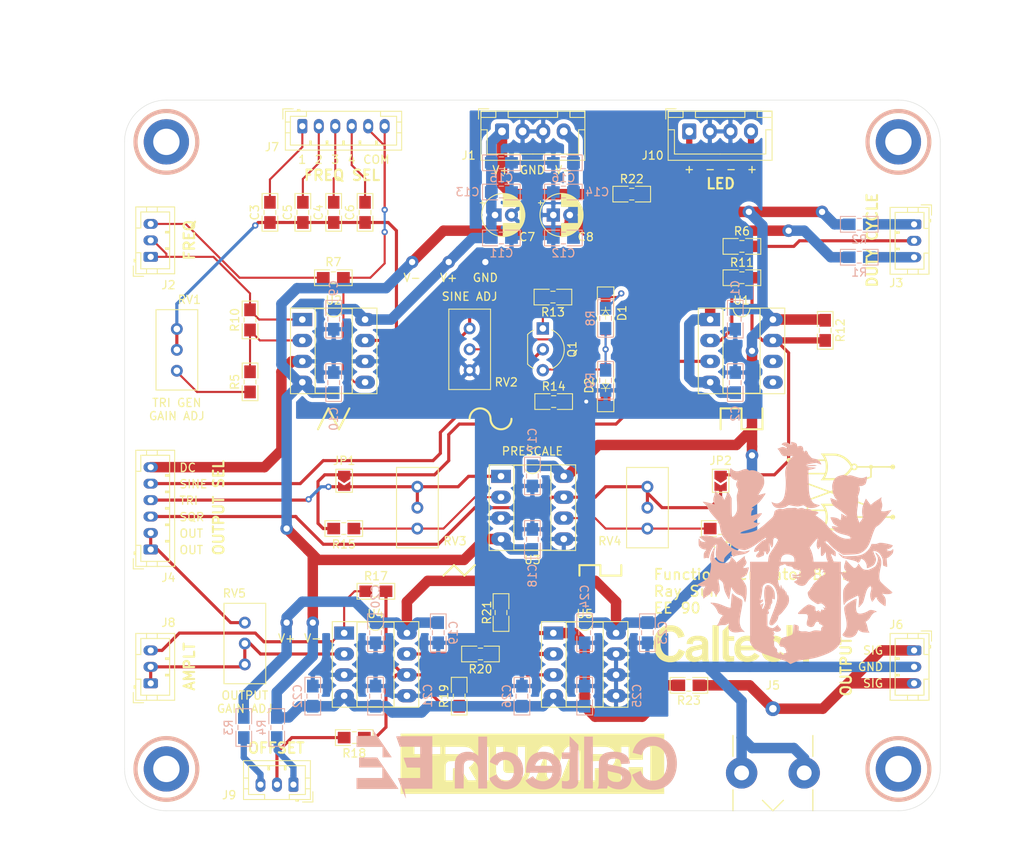
<source format=kicad_pcb>
(kicad_pcb (version 20171130) (host pcbnew "(5.1.2)-1")
  (title_block (title "Triumph Analog Function Generator - Main Board") (date 2019-05-14) (rev A) (company "California Institute of Technology") (comment 1 "Analog Electronics Project Laboratory") (comment 2 "EE 90") (comment 3 "Ray Sun"))
  (layers (0 F.Cu signal) (31 B.Cu signal) (34 B.Paste user) (35 F.Paste user) (36 B.SilkS user) (37 F.SilkS user) (38 B.Mask user) (39 F.Mask user) (44 Edge.Cuts user))
  (net 0 "")
  (net 1 GND)
  (net 2 +12V)
  (net 3 -12V)
  (net 4 "Net-(D1-Pad2)")
  (net 5 "Net-(D1-Pad1)")
  (net 6 /FR_2)
  (net 7 /FR_1)
  (net 8 "Net-(J3-Pad3)")
  (net 9 /DC)
  (net 10 "Net-(J3-Pad1)")
  (net 11 /SIG_TRI)
  (net 12 /SIG_PREOUT)
  (net 13 /SIG_SQR)
  (net 14 /SIG_SIN)
  (net 15 /SIG_OUT)
  (net 16 /FC_1)
  (net 17 /FC_COM)
  (net 18 /APL_2)
  (net 19 /APL_1)
  (net 20 "Net-(J9-Pad3)")
  (net 21 /OFFSET)
  (net 22 "Net-(J9-Pad1)")
  (net 23 "Net-(J10-Pad1)")
  (net 24 /SIG_SQR_RAW)
  (net 25 "Net-(Q1-Pad1)")
  (net 26 "Net-(R10-Pad1)")
  (net 27 "Net-(R5-Pad1)")
  (net 28 "Net-(R11-Pad1)")
  (net 29 "Net-(R15-Pad2)")
  (net 30 "Net-(R16-Pad2)")
  (net 31 "Net-(R17-Pad2)")
  (net 32 "Net-(R19-Pad2)")
  (net 33 "Net-(R20-Pad1)")
  (net 34 "Net-(R21-Pad2)")
  (net 35 "Net-(R21-Pad1)")
  (net 36 "Net-(U1-Pad6)")
  (net 37 "Net-(U1-Pad5)")
  (net 38 /SIG_TRI_RAW)
  (net 39 /FC_3)
  (net 40 /FC_2)
  (net 41 /FC_4)
  (module Package_DIP:DIP-8_W7.62mm_Socket_LongPads (layer F.Cu) (at 166.116 83.566)
    (fp_text reference U1 (at 3.81 -2.33) (layer F.SilkS))
    (fp_text value LM211P)
    (pad 8 thru_hole oval (at 7.62 0) (size 2.4 1.6) (drill 0.8) (layers *.Cu *.Mask) (net 2 +12V))
    (pad 4 thru_hole oval (at 0 7.62) (size 2.4 1.6) (drill 0.8) (layers *.Cu *.Mask) (net 3 -12V))
    (pad 7 thru_hole oval (at 7.62 2.54) (size 2.4 1.6) (drill 0.8) (layers *.Cu *.Mask) (net 24 /SIG_SQR_RAW))
    (pad 3 thru_hole oval (at 0 5.08) (size 2.4 1.6) (drill 0.8) (layers *.Cu *.Mask) (net 38 /SIG_TRI_RAW))
    (pad 6 thru_hole oval (at 7.62 5.08) (size 2.4 1.6) (drill 0.8) (layers *.Cu *.Mask) (net 36 "Net-(U1-Pad6)"))
    (pad 2 thru_hole oval (at 0 2.54) (size 2.4 1.6) (drill 0.8) (layers *.Cu *.Mask) (net 28 "Net-(R11-Pad1)"))
    (pad 5 thru_hole oval (at 7.62 7.62) (size 2.4 1.6) (drill 0.8) (layers *.Cu *.Mask) (net 37 "Net-(U1-Pad5)"))
    (pad 1 thru_hole rect (at 0 0) (size 2.4 1.6) (drill 0.8) (layers *.Cu *.Mask) (net 3 -12V))
  )
  (module triumph-logos:cit-ee-l (layer B.Cu) (at 142.621 137.541 180)
    (fp_text reference G*** hide)
    (fp_text value LOGO hide)
  )
  (module triumph-logos:ruddock-crest-l (layer B.Cu) (at 176.276 112.141 180)
    (fp_text reference G*** hide)
    (fp_text value LOGO hide)
  )
  (module triumph-logos:caltech (layer F.Cu) (at 168.656 122.936)
    (fp_text reference G*** hide)
    (fp_text value LOGO hide)
  )
  (module triumph-logos:rs (layer F.Cu) (at 181.991 104.521)
    (fp_text reference G*** hide)
    (fp_text value LOGO hide)
  )
  (module Connector_JST:JST_PH_B3B-PH-K_1x03_P2.00mm_Vertical (layer F.Cu) (at 115.506 140.081 180)
    (fp_text reference J9 (at 7.81 -1.27) (layer F.SilkS))
    (fp_text value JST_PH_vert_01x03)
    (pad 1 thru_hole roundrect (at 0 0 180) (size 1.2 1.75) (drill 0.75) (layers *.Cu *.Mask) (roundrect_rratio 0.208333) (net 22 "Net-(J9-Pad1)"))
    (pad 2 thru_hole oval (at 2 0 180) (size 1.2 1.75) (drill 0.75) (layers *.Cu *.Mask) (net 21 /OFFSET))
    (pad 3 thru_hole oval (at 4 0 180) (size 1.2 1.75) (drill 0.75) (layers *.Cu *.Mask) (net 20 "Net-(J9-Pad3)"))
  )
  (module triumph:Conn_BNC_73100-0154 (layer F.Cu) (at 173.736 143.256 180)
    (fp_text reference J5 (at 0 15.24) (layer F.SilkS))
    (fp_text value Conn_BNC hide)
    (pad 2 thru_hole circle (at 3.8 4.6) (size 3.81 3.81) (drill 1.8) (layers *.Cu *.Mask) (net 1 GND))
    (pad 2 thru_hole circle (at -3.8 4.6) (size 3.81 3.81) (drill 1.81) (layers *.Cu *.Mask) (net 1 GND))
    (pad 1 thru_hole circle (at 0 12.4) (size 1.8 1.8) (drill 0.92) (layers *.Cu *.Mask) (net 15 /SIG_OUT))
  )
  (module triumph-logos:triumph-logo-inv (layer F.Cu) (at 144.526 137.541)
    (fp_text reference G*** hide)
    (fp_text value LOGO hide)
  )
  (module MountingHole:MountingHole_3.2mm_M3_ISO14580_Pad (layer F.Cu) (at 188.976 138.176)
    (fp_text reference REF** hide)
    (fp_text value MountingHole_3.2mm_M3_ISO14580_Pad)
    (pad 1 thru_hole circle (at 0 0) (size 5.5 5.5) (drill 3.2) (layers *.Cu *.Mask))
  )
  (module MountingHole:MountingHole_3.2mm_M3_ISO14580_Pad (layer F.Cu) (at 100.076 138.176)
    (fp_text reference REF** hide)
    (fp_text value MountingHole_3.2mm_M3_ISO14580_Pad)
    (pad 1 thru_hole circle (at 0 0) (size 5.5 5.5) (drill 3.2) (layers *.Cu *.Mask))
  )
  (module triumph:0805_C_HandSoldering (layer B.Cu) (at 143.256 129.331 270)
    (fp_text reference C26 (at 0 1.8415 90) (layer B.SilkS) (effects (justify mirror)))
    (fp_text value 10uF hide)
    (pad 2 smd rect (at 1.225 0 270) (size 1.55 1.4) (layers B.Cu B.Paste B.Mask) (net 3 -12V))
    (pad 1 smd rect (at -1.225 0 270) (size 1.55 1.4) (layers B.Cu B.Paste B.Mask) (net 1 GND))
  )
  (module triumph:0805_C_HandSoldering (layer B.Cu) (at 158.496 121.621 90)
    (fp_text reference C23 (at 0 1.8415 90) (layer B.SilkS) (effects (justify mirror)))
    (fp_text value 10uF hide)
    (pad 2 smd rect (at 1.225 0 90) (size 1.55 1.4) (layers B.Cu B.Paste B.Mask) (net 2 +12V))
    (pad 1 smd rect (at -1.225 0 90) (size 1.55 1.4) (layers B.Cu B.Paste B.Mask) (net 1 GND))
  )
  (module triumph:0805_C_HandSoldering (layer B.Cu) (at 117.856 129.331 270)
    (fp_text reference C22 (at 0 1.8415 90) (layer B.SilkS) (effects (justify mirror)))
    (fp_text value 10uF hide)
    (pad 2 smd rect (at 1.225 0 270) (size 1.55 1.4) (layers B.Cu B.Paste B.Mask) (net 3 -12V))
    (pad 1 smd rect (at -1.225 0 270) (size 1.55 1.4) (layers B.Cu B.Paste B.Mask) (net 1 GND))
  )
  (module triumph:0805_C_HandSoldering (layer B.Cu) (at 133.096 121.621 90)
    (fp_text reference C19 (at 0 1.8415 90) (layer B.SilkS) (effects (justify mirror)))
    (fp_text value 10uF hide)
    (pad 2 smd rect (at 1.225 0 90) (size 1.55 1.4) (layers B.Cu B.Paste B.Mask) (net 2 +12V))
    (pad 1 smd rect (at -1.225 0 90) (size 1.55 1.4) (layers B.Cu B.Paste B.Mask) (net 1 GND))
  )
  (module MountingHole:MountingHole_3.2mm_M3_ISO14580_Pad (layer F.Cu) (at 188.976 61.976)
    (fp_text reference REF** hide)
    (fp_text value MountingHole_3.2mm_M3_ISO14580_Pad)
    (pad 1 thru_hole circle (at 0 0) (size 5.5 5.5) (drill 3.2) (layers *.Cu *.Mask))
  )
  (module MountingHole:MountingHole_3.2mm_M3_ISO14580_Pad (layer F.Cu) (at 100.076 61.976)
    (fp_text reference REF** hide)
    (fp_text value MountingHole_3.2mm_M3_ISO14580_Pad)
    (pad 1 thru_hole circle (at 0 0) (size 5.5 5.5) (drill 3.2) (layers *.Cu *.Mask))
  )
  (module triumph:0805_C_HandSoldering (layer F.Cu) (at 124.206 70.546 90)
    (fp_text reference C6 (at 0 -1.8415 90) (layer F.SilkS))
    (fp_text value 10nF hide)
    (pad 2 smd rect (at 1.225 0 90) (size 1.55 1.4) (layers F.Cu F.Paste F.Mask) (net 41 /FC_4))
    (pad 1 smd rect (at -1.225 0 90) (size 1.55 1.4) (layers F.Cu F.Paste F.Mask) (net 38 /SIG_TRI_RAW))
  )
  (module triumph:0805_C_HandSoldering (layer F.Cu) (at 116.651 70.546 90)
    (fp_text reference C5 (at 0 -1.8415 90) (layer F.SilkS))
    (fp_text value 1uF hide)
    (pad 2 smd rect (at 1.225 0 90) (size 1.55 1.4) (layers F.Cu F.Paste F.Mask) (net 40 /FC_2))
    (pad 1 smd rect (at -1.225 0 90) (size 1.55 1.4) (layers F.Cu F.Paste F.Mask) (net 38 /SIG_TRI_RAW))
  )
  (module triumph:0805_C_HandSoldering (layer F.Cu) (at 120.396 70.546 90)
    (fp_text reference C4 (at 0 -1.8415 90) (layer F.SilkS))
    (fp_text value 0.1uF hide)
    (pad 2 smd rect (at 1.225 0 90) (size 1.55 1.4) (layers F.Cu F.Paste F.Mask) (net 39 /FC_3))
    (pad 1 smd rect (at -1.225 0 90) (size 1.55 1.4) (layers F.Cu F.Paste F.Mask) (net 38 /SIG_TRI_RAW))
  )
  (module triumph:0805_C_HandSoldering (layer F.Cu) (at 112.651 70.546 90)
    (fp_text reference C3 (at 0 -1.8415 90) (layer F.SilkS))
    (fp_text value 10uF hide)
    (pad 2 smd rect (at 1.225 0 90) (size 1.55 1.4) (layers F.Cu F.Paste F.Mask) (net 16 /FC_1))
    (pad 1 smd rect (at -1.225 0 90) (size 1.55 1.4) (layers F.Cu F.Paste F.Mask) (net 38 /SIG_TRI_RAW))
  )
  (module triumph:D_SOD-123_HandSoldering (layer F.Cu) (at 153.416 91.586 90)
    (fp_text reference D2 (at 0 -2 90) (layer F.SilkS))
    (fp_text value 1N4148)
    (pad 2 smd rect (at 1.95 0 90) (size 1.5 1.2) (layers F.Cu F.Paste F.Mask) (net 4 "Net-(D1-Pad2)"))
    (pad 1 smd rect (at -1.95 0 90) (size 1.5 1.2) (layers F.Cu F.Paste F.Mask) (net 1 GND))
  )
  (module triumph:D_SOD-123_HandSoldering (layer F.Cu) (at 153.416 82.786 270)
    (fp_text reference D1 (at 0 -2 90) (layer F.SilkS))
    (fp_text value 1N4148)
    (pad 2 smd rect (at 1.95 0 270) (size 1.5 1.2) (layers F.Cu F.Paste F.Mask) (net 4 "Net-(D1-Pad2)"))
    (pad 1 smd rect (at -1.95 0 270) (size 1.5 1.2) (layers F.Cu F.Paste F.Mask) (net 5 "Net-(D1-Pad1)"))
  )
  (module triumph:0805_C_HandSoldering (layer B.Cu) (at 148.291 68.072)
    (fp_text reference C14 (at 4.109 0) (layer B.SilkS) (effects (justify mirror)))
    (fp_text value 0.1uF hide)
    (pad 2 smd rect (at 1.225 0) (size 1.55 1.4) (layers B.Cu B.Paste B.Mask) (net 3 -12V))
    (pad 1 smd rect (at -1.225 0) (size 1.55 1.4) (layers B.Cu B.Paste B.Mask) (net 1 GND))
  )
  (module triumph:0805_C_HandSoldering (layer B.Cu) (at 140.761 68.072)
    (fp_text reference C13 (at -4.109 0) (layer B.SilkS) (effects (justify mirror)))
    (fp_text value 0.1uF hide)
    (pad 2 smd rect (at 1.225 0) (size 1.55 1.4) (layers B.Cu B.Paste B.Mask) (net 1 GND))
    (pad 1 smd rect (at -1.225 0) (size 1.55 1.4) (layers B.Cu B.Paste B.Mask) (net 2 +12V))
  )
  (module Capacitor_THT:CP_Radial_D5.0mm_P2.00mm (layer F.Cu) (at 147.066 70.866)
    (fp_text reference C8 (at 3.937 2.667) (layer F.SilkS))
    (fp_text value 10uF)
    (pad 2 thru_hole circle (at 2 0) (size 1.6 1.6) (drill 0.8) (layers *.Cu *.Mask) (net 3 -12V))
    (pad 1 thru_hole rect (at 0 0) (size 1.6 1.6) (drill 0.8) (layers *.Cu *.Mask) (net 1 GND))
  )
  (module Capacitor_THT:CP_Radial_D5.0mm_P2.00mm (layer F.Cu) (at 139.986 70.866)
    (fp_text reference C7 (at 3.905 2.667) (layer F.SilkS))
    (fp_text value 10uF)
    (pad 2 thru_hole circle (at 2 0) (size 1.6 1.6) (drill 0.8) (layers *.Cu *.Mask) (net 1 GND))
    (pad 1 thru_hole rect (at 0 0) (size 1.6 1.6) (drill 0.8) (layers *.Cu *.Mask) (net 2 +12V))
  )
  (module triumph:0805_R_HandSoldering (layer F.Cu) (at 163.531 128.016 180)
    (fp_text reference R23 (at 0 -1.8415) (layer F.SilkS))
    (fp_text value 50 hide)
    (pad 2 smd rect (at 1.225 0 180) (size 1.55 1.4) (layers F.Cu F.Paste F.Mask) (net 35 "Net-(R21-Pad1)"))
    (pad 1 smd rect (at -1.225 0 180) (size 1.55 1.4) (layers F.Cu F.Paste F.Mask) (net 15 /SIG_OUT))
  )
  (module triumph:0805_R_HandSoldering (layer F.Cu) (at 156.591 68.326)
    (fp_text reference R22 (at 0 -1.8415) (layer F.SilkS))
    (fp_text value 10K hide)
    (pad 2 smd rect (at 1.225 0) (size 1.55 1.4) (layers F.Cu F.Paste F.Mask) (net 23 "Net-(J10-Pad1)"))
    (pad 1 smd rect (at -1.225 0) (size 1.55 1.4) (layers F.Cu F.Paste F.Mask) (net 2 +12V))
  )
  (module triumph:0805_R_HandSoldering (layer F.Cu) (at 140.716 119.171 270)
    (fp_text reference R21 (at 0 1.7145 90) (layer F.SilkS))
    (fp_text value 0 hide)
    (pad 2 smd rect (at 1.225 0 270) (size 1.55 1.4) (layers F.Cu F.Paste F.Mask) (net 34 "Net-(R21-Pad2)"))
    (pad 1 smd rect (at -1.225 0 270) (size 1.55 1.4) (layers F.Cu F.Paste F.Mask) (net 35 "Net-(R21-Pad1)"))
  )
  (module triumph:0805_R_HandSoldering (layer F.Cu) (at 138.221 124.206 180)
    (fp_text reference R20 (at 0 -1.8415) (layer F.SilkS))
    (fp_text value 0 hide)
    (pad 2 smd rect (at 1.225 0 180) (size 1.55 1.4) (layers F.Cu F.Paste F.Mask) (net 32 "Net-(R19-Pad2)"))
    (pad 1 smd rect (at -1.225 0 180) (size 1.55 1.4) (layers F.Cu F.Paste F.Mask) (net 33 "Net-(R20-Pad1)"))
  )
  (module triumph:0805_R_HandSoldering (layer F.Cu) (at 135.636 129.331 90)
    (fp_text reference R19 (at 0 -1.8415 90) (layer F.SilkS))
    (fp_text value 47K hide)
    (pad 2 smd rect (at 1.225 0 90) (size 1.55 1.4) (layers F.Cu F.Paste F.Mask) (net 32 "Net-(R19-Pad2)"))
    (pad 1 smd rect (at -1.225 0 90) (size 1.55 1.4) (layers F.Cu F.Paste F.Mask) (net 31 "Net-(R17-Pad2)"))
  )
  (module triumph:0805_R_HandSoldering (layer F.Cu) (at 122.891 134.366)
    (fp_text reference R18 (at 0 1.905) (layer F.SilkS))
    (fp_text value 47K hide)
    (pad 2 smd rect (at 1.225 0) (size 1.55 1.4) (layers F.Cu F.Paste F.Mask) (net 31 "Net-(R17-Pad2)"))
    (pad 1 smd rect (at -1.225 0) (size 1.55 1.4) (layers F.Cu F.Paste F.Mask) (net 21 /OFFSET))
  )
  (module triumph:0805_R_HandSoldering (layer F.Cu) (at 125.521 116.586)
    (fp_text reference R17 (at 0 -1.8415) (layer F.SilkS))
    (fp_text value 47K hide)
    (pad 2 smd rect (at 1.225 0) (size 1.55 1.4) (layers F.Cu F.Paste F.Mask) (net 31 "Net-(R17-Pad2)"))
    (pad 1 smd rect (at -1.225 0) (size 1.55 1.4) (layers F.Cu F.Paste F.Mask) (net 18 /APL_2))
  )
  (module triumph:0805_R_HandSoldering (layer F.Cu) (at 167.341 108.966 180)
    (fp_text reference R16 (at 0 -1.8415) (layer F.SilkS))
    (fp_text value 10K hide)
    (pad 2 smd rect (at 1.225 0 180) (size 1.55 1.4) (layers F.Cu F.Paste F.Mask) (net 30 "Net-(R16-Pad2)"))
    (pad 1 smd rect (at -1.225 0 180) (size 1.55 1.4) (layers F.Cu F.Paste F.Mask) (net 24 /SIG_SQR_RAW))
  )
  (module triumph:0805_R_HandSoldering (layer F.Cu) (at 121.621 108.966)
    (fp_text reference R15 (at 0 1.905) (layer F.SilkS))
    (fp_text value 10K hide)
    (pad 2 smd rect (at 1.225 0) (size 1.55 1.4) (layers F.Cu F.Paste F.Mask) (net 29 "Net-(R15-Pad2)"))
    (pad 1 smd rect (at -1.225 0) (size 1.55 1.4) (layers F.Cu F.Paste F.Mask) (net 38 /SIG_TRI_RAW))
  )
  (module triumph:0805_R_HandSoldering (layer F.Cu) (at 147.111 93.536)
    (fp_text reference R14 (at 0 -1.8415) (layer F.SilkS))
    (fp_text value 68 hide)
    (pad 2 smd rect (at 1.225 0) (size 1.55 1.4) (layers F.Cu F.Paste F.Mask) (net 1 GND))
    (pad 1 smd rect (at -1.225 0) (size 1.55 1.4) (layers F.Cu F.Paste F.Mask) (net 14 /SIG_SIN))
  )
  (module triumph:0805_R_HandSoldering (layer F.Cu) (at 147.021 80.836 180)
    (fp_text reference R13 (at 0 -1.8415) (layer F.SilkS))
    (fp_text value 68 hide)
    (pad 2 smd rect (at 1.225 0 180) (size 1.55 1.4) (layers F.Cu F.Paste F.Mask) (net 25 "Net-(Q1-Pad1)"))
    (pad 1 smd rect (at -1.225 0 180) (size 1.55 1.4) (layers F.Cu F.Paste F.Mask) (net 5 "Net-(D1-Pad1)"))
  )
  (module triumph:0805_R_HandSoldering (layer F.Cu) (at 180.086 84.881 270)
    (fp_text reference R12 (at 0 -1.8415 90) (layer F.SilkS))
    (fp_text value 5K hide)
    (pad 2 smd rect (at 1.225 0 270) (size 1.55 1.4) (layers F.Cu F.Paste F.Mask) (net 24 /SIG_SQR_RAW))
    (pad 1 smd rect (at -1.225 0 270) (size 1.55 1.4) (layers F.Cu F.Paste F.Mask) (net 2 +12V))
  )
  (module triumph:0805_R_HandSoldering (layer F.Cu) (at 169.971 78.486)
    (fp_text reference R11 (at 0 -1.8415) (layer F.SilkS))
    (fp_text value 100K hide)
    (pad 2 smd rect (at 1.225 0) (size 1.55 1.4) (layers F.Cu F.Paste F.Mask) (net 24 /SIG_SQR_RAW))
    (pad 1 smd rect (at -1.225 0) (size 1.55 1.4) (layers F.Cu F.Paste F.Mask) (net 28 "Net-(R11-Pad1)"))
  )
  (module triumph:0805_R_HandSoldering (layer F.Cu) (at 110.236 83.611 90)
    (fp_text reference R10 (at 0 -1.8415 90) (layer F.SilkS))
    (fp_text value 100K hide)
    (pad 2 smd rect (at 1.225 0 90) (size 1.55 1.4) (layers F.Cu F.Paste F.Mask) (net 7 /FR_1))
    (pad 1 smd rect (at -1.225 0 90) (size 1.55 1.4) (layers F.Cu F.Paste F.Mask) (net 26 "Net-(R10-Pad1)"))
  )
  (module triumph:0805_R_HandSoldering (layer B.Cu) (at 153.416 90.951 270)
    (fp_text reference R9 (at 0 1.8415 90) (layer B.SilkS) (effects (justify mirror)))
    (fp_text value 100K hide)
    (pad 2 smd rect (at 1.225 0 270) (size 1.55 1.4) (layers B.Cu B.Paste B.Mask) (net 1 GND))
    (pad 1 smd rect (at -1.225 0 270) (size 1.55 1.4) (layers B.Cu B.Paste B.Mask) (net 4 "Net-(D1-Pad2)"))
  )
  (module triumph:0805_R_HandSoldering (layer B.Cu) (at 153.416 83.421 270)
    (fp_text reference R8 (at 0 1.8415 90) (layer B.SilkS) (effects (justify mirror)))
    (fp_text value 100K hide)
    (pad 2 smd rect (at 1.225 0 270) (size 1.55 1.4) (layers B.Cu B.Paste B.Mask) (net 4 "Net-(D1-Pad2)"))
    (pad 1 smd rect (at -1.225 0 270) (size 1.55 1.4) (layers B.Cu B.Paste B.Mask) (net 5 "Net-(D1-Pad1)"))
  )
  (module triumph:0805_R_HandSoldering (layer F.Cu) (at 120.351 78.486 180)
    (fp_text reference R7 (at 0 1.905) (layer F.SilkS))
    (fp_text value 50 hide)
    (pad 2 smd rect (at 1.225 0 180) (size 1.55 1.4) (layers F.Cu F.Paste F.Mask) (net 6 /FR_2))
    (pad 1 smd rect (at -1.225 0 180) (size 1.55 1.4) (layers F.Cu F.Paste F.Mask) (net 17 /FC_COM))
  )
  (module triumph:0805_R_HandSoldering (layer F.Cu) (at 169.971 74.676 180)
    (fp_text reference R6 (at 0 1.8415) (layer F.SilkS))
    (fp_text value 1K hide)
    (pad 2 smd rect (at 1.225 0 180) (size 1.55 1.4) (layers F.Cu F.Paste F.Mask) (net 28 "Net-(R11-Pad1)"))
    (pad 1 smd rect (at -1.225 0 180) (size 1.55 1.4) (layers F.Cu F.Paste F.Mask) (net 9 /DC))
  )
  (module triumph:0805_R_HandSoldering (layer F.Cu) (at 110.236 91.141 90)
    (fp_text reference R5 (at 0 -1.8415 90) (layer F.SilkS))
    (fp_text value 47K hide)
    (pad 2 smd rect (at 1.225 0 90) (size 1.55 1.4) (layers F.Cu F.Paste F.Mask) (net 26 "Net-(R10-Pad1)"))
    (pad 1 smd rect (at -1.225 0 90) (size 1.55 1.4) (layers F.Cu F.Paste F.Mask) (net 27 "Net-(R5-Pad1)"))
  )
  (module triumph:0805_R_HandSoldering (layer B.Cu) (at 113.476 133.141 270)
    (fp_text reference R4 (at 0 1.8415 270) (layer B.SilkS) (effects (justify mirror)))
    (fp_text value 0 hide)
    (pad 2 smd rect (at 1.225 0 270) (size 1.55 1.4) (layers B.Cu B.Paste B.Mask) (net 22 "Net-(J9-Pad1)"))
    (pad 1 smd rect (at -1.225 0 270) (size 1.55 1.4) (layers B.Cu B.Paste B.Mask) (net 3 -12V))
  )
  (module triumph:0805_R_HandSoldering (layer B.Cu) (at 109.476 133.141 270)
    (fp_text reference R3 (at 0 1.8415 270) (layer B.SilkS) (effects (justify mirror)))
    (fp_text value 0 hide)
    (pad 2 smd rect (at 1.225 0 270) (size 1.55 1.4) (layers B.Cu B.Paste B.Mask) (net 20 "Net-(J9-Pad3)"))
    (pad 1 smd rect (at -1.225 0 270) (size 1.55 1.4) (layers B.Cu B.Paste B.Mask) (net 2 +12V))
  )
  (module triumph:0805_R_HandSoldering (layer B.Cu) (at 184.221 71.996)
    (fp_text reference R2 (at 0 1.8415) (layer B.SilkS) (effects (justify mirror)))
    (fp_text value 0 hide)
    (pad 2 smd rect (at 1.225 0) (size 1.55 1.4) (layers B.Cu B.Paste B.Mask) (net 10 "Net-(J3-Pad1)"))
    (pad 1 smd rect (at -1.225 0) (size 1.55 1.4) (layers B.Cu B.Paste B.Mask) (net 2 +12V))
  )
  (module triumph:0805_R_HandSoldering (layer B.Cu) (at 184.221 75.996)
    (fp_text reference R1 (at 0 1.8415) (layer B.SilkS) (effects (justify mirror)))
    (fp_text value 0 hide)
    (pad 2 smd rect (at 1.225 0) (size 1.55 1.4) (layers B.Cu B.Paste B.Mask) (net 8 "Net-(J3-Pad3)"))
    (pad 1 smd rect (at -1.225 0) (size 1.55 1.4) (layers B.Cu B.Paste B.Mask) (net 3 -12V))
  )
  (module triumph:0805_C_HandSoldering (layer B.Cu) (at 150.876 129.331 270)
    (fp_text reference C25 (at -0.045 -6.35 270) (layer B.SilkS) (effects (justify mirror)))
    (fp_text value 0.1uF hide)
    (pad 2 smd rect (at 1.225 0 270) (size 1.55 1.4) (layers B.Cu B.Paste B.Mask) (net 3 -12V))
    (pad 1 smd rect (at -1.225 0 270) (size 1.55 1.4) (layers B.Cu B.Paste B.Mask) (net 1 GND))
  )
  (module triumph:0805_C_HandSoldering (layer B.Cu) (at 150.876 121.621 90)
    (fp_text reference C24 (at 4.4 0 90) (layer B.SilkS) (effects (justify mirror)))
    (fp_text value 0.1uF hide)
    (pad 2 smd rect (at 1.225 0 90) (size 1.55 1.4) (layers B.Cu B.Paste B.Mask) (net 2 +12V))
    (pad 1 smd rect (at -1.225 0 90) (size 1.55 1.4) (layers B.Cu B.Paste B.Mask) (net 1 GND))
  )
  (module triumph:0805_C_HandSoldering (layer B.Cu) (at 125.476 129.331 270)
    (fp_text reference C21 (at -0.045 -6.35 90) (layer B.SilkS) (effects (justify mirror)))
    (fp_text value 0.1uF hide)
    (pad 2 smd rect (at 1.225 0 270) (size 1.55 1.4) (layers B.Cu B.Paste B.Mask) (net 3 -12V))
    (pad 1 smd rect (at -1.225 0 270) (size 1.55 1.4) (layers B.Cu B.Paste B.Mask) (net 1 GND))
  )
  (module triumph:0805_C_HandSoldering (layer B.Cu) (at 125.476 121.621 90)
    (fp_text reference C20 (at 4.4 0 90) (layer B.SilkS) (effects (justify mirror)))
    (fp_text value 0.1uF hide)
    (pad 2 smd rect (at 1.225 0 90) (size 1.55 1.4) (layers B.Cu B.Paste B.Mask) (net 2 +12V))
    (pad 1 smd rect (at -1.225 0 90) (size 1.55 1.4) (layers B.Cu B.Paste B.Mask) (net 1 GND))
  )
  (module triumph:0805_C_HandSoldering (layer B.Cu) (at 144.526 110.281 270)
    (fp_text reference C18 (at 4.4 0 90) (layer B.SilkS) (effects (justify mirror)))
    (fp_text value 0.1uF hide)
    (pad 2 smd rect (at 1.225 0 270) (size 1.55 1.4) (layers B.Cu B.Paste B.Mask) (net 3 -12V))
    (pad 1 smd rect (at -1.225 0 270) (size 1.55 1.4) (layers B.Cu B.Paste B.Mask) (net 1 GND))
  )
  (module triumph:0805_C_HandSoldering (layer B.Cu) (at 144.526 102.571 90)
    (fp_text reference C17 (at 4.4 0 270) (layer B.SilkS) (effects (justify mirror)))
    (fp_text value 0.1uF hide)
    (pad 2 smd rect (at 1.225 0 90) (size 1.55 1.4) (layers B.Cu B.Paste B.Mask) (net 2 +12V))
    (pad 1 smd rect (at -1.225 0 90) (size 1.55 1.4) (layers B.Cu B.Paste B.Mask) (net 1 GND))
  )
  (module triumph:0805_C_HandSoldering (layer B.Cu) (at 148.291 64.516)
    (fp_text reference C16 (at 0 1.8415) (layer B.SilkS) (effects (justify mirror)))
    (fp_text value 0.01uF hide)
    (pad 2 smd rect (at 1.225 0) (size 1.55 1.4) (layers B.Cu B.Paste B.Mask) (net 3 -12V))
    (pad 1 smd rect (at -1.225 0) (size 1.55 1.4) (layers B.Cu B.Paste B.Mask) (net 1 GND))
  )
  (module triumph:0805_C_HandSoldering (layer B.Cu) (at 140.761 64.516)
    (fp_text reference C15 (at 0 1.8415) (layer B.SilkS) (effects (justify mirror)))
    (fp_text value 0.01uF hide)
    (pad 2 smd rect (at 1.225 0) (size 1.55 1.4) (layers B.Cu B.Paste B.Mask) (net 1 GND))
    (pad 1 smd rect (at -1.225 0) (size 1.55 1.4) (layers B.Cu B.Paste B.Mask) (net 2 +12V))
  )
  (module triumph:0805_C_HandSoldering (layer B.Cu) (at 148.291 73.66)
    (fp_text reference C12 (at 0 1.8415) (layer B.SilkS) (effects (justify mirror)))
    (fp_text value 1uF hide)
    (pad 2 smd rect (at 1.225 0) (size 1.55 1.4) (layers B.Cu B.Paste B.Mask) (net 3 -12V))
    (pad 1 smd rect (at -1.225 0) (size 1.55 1.4) (layers B.Cu B.Paste B.Mask) (net 1 GND))
  )
  (module triumph:0805_C_HandSoldering (layer B.Cu) (at 140.761 73.66)
    (fp_text reference C11 (at 0 1.8415) (layer B.SilkS) (effects (justify mirror)))
    (fp_text value 1uF hide)
    (pad 2 smd rect (at 1.225 0) (size 1.55 1.4) (layers B.Cu B.Paste B.Mask) (net 1 GND))
    (pad 1 smd rect (at -1.225 0) (size 1.55 1.4) (layers B.Cu B.Paste B.Mask) (net 2 +12V))
  )
  (module triumph:0805_C_HandSoldering (layer B.Cu) (at 120.396 91.231 270)
    (fp_text reference C10 (at 4.4 0 90) (layer B.SilkS) (effects (justify mirror)))
    (fp_text value 0.1uF hide)
    (pad 2 smd rect (at 1.225 0 270) (size 1.55 1.4) (layers B.Cu B.Paste B.Mask) (net 3 -12V))
    (pad 1 smd rect (at -1.225 0 270) (size 1.55 1.4) (layers B.Cu B.Paste B.Mask) (net 1 GND))
  )
  (module triumph:0805_C_HandSoldering (layer B.Cu) (at 120.396 83.521 90)
    (fp_text reference C9 (at 3.765 0 90) (layer B.SilkS) (effects (justify mirror)))
    (fp_text value 0.1uF hide)
    (pad 2 smd rect (at 1.225 0 90) (size 1.55 1.4) (layers B.Cu B.Paste B.Mask) (net 2 +12V))
    (pad 1 smd rect (at -1.225 0 90) (size 1.55 1.4) (layers B.Cu B.Paste B.Mask) (net 1 GND))
  )
  (module triumph:0805_C_HandSoldering (layer B.Cu) (at 169.164 91.231 90)
    (fp_text reference C2 (at -3.765 0 90) (layer B.SilkS) (effects (justify mirror)))
    (fp_text value 0.1uF hide)
    (pad 2 smd rect (at 1.225 0 90) (size 1.55 1.4) (layers B.Cu B.Paste B.Mask) (net 1 GND))
    (pad 1 smd rect (at -1.225 0 90) (size 1.55 1.4) (layers B.Cu B.Paste B.Mask) (net 3 -12V))
  )
  (module triumph:0805_C_HandSoldering (layer B.Cu) (at 169.164 83.521 270)
    (fp_text reference C1 (at -3.765 0 90) (layer B.SilkS) (effects (justify mirror)))
    (fp_text value 0.1uF hide)
    (pad 2 smd rect (at 1.225 0 270) (size 1.55 1.4) (layers B.Cu B.Paste B.Mask) (net 1 GND))
    (pad 1 smd rect (at -1.225 0 270) (size 1.55 1.4) (layers B.Cu B.Paste B.Mask) (net 2 +12V))
  )
  (module Package_DIP:DIP-8_W7.62mm_Socket_LongPads (layer F.Cu) (at 147.066 121.666)
    (fp_text reference U5 (at 3.81 -2.33) (layer F.SilkS))
    (fp_text value NE5532AP)
    (pad 8 thru_hole oval (at 7.62 0) (size 2.4 1.6) (drill 0.8) (layers *.Cu *.Mask) (net 2 +12V))
    (pad 4 thru_hole oval (at 0 7.62) (size 2.4 1.6) (drill 0.8) (layers *.Cu *.Mask) (net 3 -12V))
    (pad 7 thru_hole oval (at 7.62 2.54) (size 2.4 1.6) (drill 0.8) (layers *.Cu *.Mask) (net 1 GND))
    (pad 3 thru_hole oval (at 0 5.08) (size 2.4 1.6) (drill 0.8) (layers *.Cu *.Mask) (net 33 "Net-(R20-Pad1)"))
    (pad 6 thru_hole oval (at 7.62 5.08) (size 2.4 1.6) (drill 0.8) (layers *.Cu *.Mask) (net 1 GND))
    (pad 2 thru_hole oval (at 0 2.54) (size 2.4 1.6) (drill 0.8) (layers *.Cu *.Mask) (net 34 "Net-(R21-Pad2)"))
    (pad 5 thru_hole oval (at 7.62 7.62) (size 2.4 1.6) (drill 0.8) (layers *.Cu *.Mask) (net 1 GND))
    (pad 1 thru_hole rect (at 0 0) (size 2.4 1.6) (drill 0.8) (layers *.Cu *.Mask) (net 35 "Net-(R21-Pad1)"))
  )
  (module Package_DIP:DIP-8_W7.62mm_Socket_LongPads (layer F.Cu) (at 121.666 121.666)
    (fp_text reference U4 (at 3.81 -2.33) (layer F.SilkS))
    (fp_text value NE5532AP)
    (pad 8 thru_hole oval (at 7.62 0) (size 2.4 1.6) (drill 0.8) (layers *.Cu *.Mask) (net 2 +12V))
    (pad 4 thru_hole oval (at 0 7.62) (size 2.4 1.6) (drill 0.8) (layers *.Cu *.Mask) (net 3 -12V))
    (pad 7 thru_hole oval (at 7.62 2.54) (size 2.4 1.6) (drill 0.8) (layers *.Cu *.Mask) (net 32 "Net-(R19-Pad2)"))
    (pad 3 thru_hole oval (at 0 5.08) (size 2.4 1.6) (drill 0.8) (layers *.Cu *.Mask) (net 1 GND))
    (pad 6 thru_hole oval (at 7.62 5.08) (size 2.4 1.6) (drill 0.8) (layers *.Cu *.Mask) (net 31 "Net-(R17-Pad2)"))
    (pad 2 thru_hole oval (at 0 2.54) (size 2.4 1.6) (drill 0.8) (layers *.Cu *.Mask) (net 19 /APL_1))
    (pad 5 thru_hole oval (at 7.62 7.62) (size 2.4 1.6) (drill 0.8) (layers *.Cu *.Mask) (net 1 GND))
    (pad 1 thru_hole rect (at 0 0) (size 2.4 1.6) (drill 0.8) (layers *.Cu *.Mask) (net 18 /APL_2))
  )
  (module Package_DIP:DIP-8_W7.62mm_Socket_LongPads (layer F.Cu) (at 140.716 102.616)
    (fp_text reference U3 (at 3.81 10.16) (layer F.SilkS))
    (fp_text value NE5532AP)
    (pad 8 thru_hole oval (at 7.62 0) (size 2.4 1.6) (drill 0.8) (layers *.Cu *.Mask) (net 2 +12V))
    (pad 4 thru_hole oval (at 0 7.62) (size 2.4 1.6) (drill 0.8) (layers *.Cu *.Mask) (net 3 -12V))
    (pad 7 thru_hole oval (at 7.62 2.54) (size 2.4 1.6) (drill 0.8) (layers *.Cu *.Mask) (net 13 /SIG_SQR))
    (pad 3 thru_hole oval (at 0 5.08) (size 2.4 1.6) (drill 0.8) (layers *.Cu *.Mask) (net 1 GND))
    (pad 6 thru_hole oval (at 7.62 5.08) (size 2.4 1.6) (drill 0.8) (layers *.Cu *.Mask) (net 30 "Net-(R16-Pad2)"))
    (pad 2 thru_hole oval (at 0 2.54) (size 2.4 1.6) (drill 0.8) (layers *.Cu *.Mask) (net 29 "Net-(R15-Pad2)"))
    (pad 5 thru_hole oval (at 7.62 7.62) (size 2.4 1.6) (drill 0.8) (layers *.Cu *.Mask) (net 1 GND))
    (pad 1 thru_hole rect (at 0 0) (size 2.4 1.6) (drill 0.8) (layers *.Cu *.Mask) (net 11 /SIG_TRI))
  )
  (module Package_DIP:DIP-8_W7.62mm_Socket_LongPads (layer F.Cu) (at 116.586 83.566)
    (fp_text reference U2 (at 3.81 -2.33) (layer F.SilkS))
    (fp_text value NE5532AP)
    (pad 8 thru_hole oval (at 7.62 0) (size 2.4 1.6) (drill 0.8) (layers *.Cu *.Mask) (net 2 +12V))
    (pad 4 thru_hole oval (at 0 7.62) (size 2.4 1.6) (drill 0.8) (layers *.Cu *.Mask) (net 3 -12V))
    (pad 7 thru_hole oval (at 7.62 2.54) (size 2.4 1.6) (drill 0.8) (layers *.Cu *.Mask) (net 38 /SIG_TRI_RAW))
    (pad 3 thru_hole oval (at 0 5.08) (size 2.4 1.6) (drill 0.8) (layers *.Cu *.Mask) (net 1 GND))
    (pad 6 thru_hole oval (at 7.62 5.08) (size 2.4 1.6) (drill 0.8) (layers *.Cu *.Mask) (net 1 GND))
    (pad 2 thru_hole oval (at 0 2.54) (size 2.4 1.6) (drill 0.8) (layers *.Cu *.Mask) (net 26 "Net-(R10-Pad1)"))
    (pad 5 thru_hole oval (at 7.62 7.62) (size 2.4 1.6) (drill 0.8) (layers *.Cu *.Mask) (net 17 /FC_COM))
    (pad 1 thru_hole rect (at 0 0) (size 2.4 1.6) (drill 0.8) (layers *.Cu *.Mask) (net 7 /FR_1))
  )
  (module Potentiometer_THT:Potentiometer_Bourns_3296W_Vertical (layer F.Cu) (at 109.601 120.396 90)
    (fp_text reference RV5 (at 3.556 -1.27 180) (layer F.SilkS))
    (fp_text value 10K)
    (pad 3 thru_hole circle (at -5.08 0 90) (size 1.44 1.44) (drill 0.8) (layers *.Cu *.Mask) (net 19 /APL_1))
    (pad 2 thru_hole circle (at -2.54 0 90) (size 1.44 1.44) (drill 0.8) (layers *.Cu *.Mask) (net 19 /APL_1))
    (pad 1 thru_hole circle (at 0 0 90) (size 1.44 1.44) (drill 0.8) (layers *.Cu *.Mask) (net 12 /SIG_PREOUT))
  )
  (module Potentiometer_THT:Potentiometer_Bourns_3296W_Vertical (layer F.Cu) (at 158.496 103.886 90)
    (fp_text reference RV4 (at -6.604 -4.572 180) (layer F.SilkS))
    (fp_text value 10K)
    (pad 3 thru_hole circle (at -5.08 0 90) (size 1.44 1.44) (drill 0.8) (layers *.Cu *.Mask) (net 30 "Net-(R16-Pad2)"))
    (pad 2 thru_hole circle (at -2.54 0 90) (size 1.44 1.44) (drill 0.8) (layers *.Cu *.Mask) (net 13 /SIG_SQR))
    (pad 1 thru_hole circle (at 0 0 90) (size 1.44 1.44) (drill 0.8) (layers *.Cu *.Mask) (net 13 /SIG_SQR))
  )
  (module Potentiometer_THT:Potentiometer_Bourns_3296W_Vertical (layer F.Cu) (at 130.556 103.886 90)
    (fp_text reference RV3 (at -6.604 4.572) (layer F.SilkS))
    (fp_text value 10K)
    (pad 3 thru_hole circle (at -5.08 0 90) (size 1.44 1.44) (drill 0.8) (layers *.Cu *.Mask) (net 29 "Net-(R15-Pad2)"))
    (pad 2 thru_hole circle (at -2.54 0 90) (size 1.44 1.44) (drill 0.8) (layers *.Cu *.Mask) (net 11 /SIG_TRI))
    (pad 1 thru_hole circle (at 0 0 90) (size 1.44 1.44) (drill 0.8) (layers *.Cu *.Mask) (net 11 /SIG_TRI))
  )
  (module Potentiometer_THT:Potentiometer_Bourns_3296W_Vertical (layer F.Cu) (at 136.906 84.646 90)
    (fp_text reference RV2 (at -6.54 4.445 180) (layer F.SilkS))
    (fp_text value 10K)
    (pad 3 thru_hole circle (at -5.08 0 90) (size 1.44 1.44) (drill 0.8) (layers *.Cu *.Mask) (net 1 GND))
    (pad 2 thru_hole circle (at -2.54 0 90) (size 1.44 1.44) (drill 0.8) (layers *.Cu *.Mask) (net 5 "Net-(D1-Pad1)"))
    (pad 1 thru_hole circle (at 0 0 90) (size 1.44 1.44) (drill 0.8) (layers *.Cu *.Mask) (net 38 /SIG_TRI_RAW))
  )
  (module Potentiometer_THT:Potentiometer_Bourns_3296W_Vertical (layer F.Cu) (at 101.346 84.709 90)
    (fp_text reference RV1 (at 3.556 1.524 180) (layer F.SilkS))
    (fp_text value 10K)
    (pad 3 thru_hole circle (at -5.08 0 90) (size 1.44 1.44) (drill 0.8) (layers *.Cu *.Mask) (net 27 "Net-(R5-Pad1)"))
    (pad 2 thru_hole circle (at -2.54 0 90) (size 1.44 1.44) (drill 0.8) (layers *.Cu *.Mask) (net 38 /SIG_TRI_RAW))
    (pad 1 thru_hole circle (at 0 0 90) (size 1.44 1.44) (drill 0.8) (layers *.Cu *.Mask) (net 38 /SIG_TRI_RAW))
  )
  (module Package_TO_SOT_THT:TO-92_Inline_Wide (layer F.Cu) (at 145.796 84.646 270)
    (fp_text reference Q1 (at 2.54 -3.56 90) (layer F.SilkS))
    (fp_text value J310)
    (pad 1 thru_hole rect (at 0 0) (size 1.5 1.5) (drill 0.8) (layers *.Cu *.Mask) (net 25 "Net-(Q1-Pad1)"))
    (pad 3 thru_hole circle (at 5.08 0) (size 1.5 1.5) (drill 0.8) (layers *.Cu *.Mask) (net 4 "Net-(D1-Pad2)"))
    (pad 2 thru_hole circle (at 2.54 0) (size 1.5 1.5) (drill 0.8) (layers *.Cu *.Mask) (net 14 /SIG_SIN))
  )
  (module Jumper:SolderJumper-2_P1.3mm_Open_TrianglePad1.0x1.5mm (layer F.Cu) (at 167.386 103.161 270)
    (fp_text reference JP2 (at -2.45 0 180) (layer F.SilkS))
    (fp_text value SJ_OPEN)
    (pad 1 smd custom (at -0.725 0 270) (size 0.3 0.3) (layers F.Cu F.Mask) (net 24 /SIG_SQR_RAW) (options (clearance outline) (anchor rect)) (primitives (gr_poly (pts (xy -0.5 -0.75) (xy 0.5 -0.75) (xy 1 0) (xy 0.5 0.75) (xy -0.5 0.75)) (width 0))))
    (pad 2 smd custom (at 0.725 0 270) (size 0.3 0.3) (layers F.Cu F.Mask) (net 13 /SIG_SQR) (options (clearance outline) (anchor rect)) (primitives (gr_poly (pts (xy -0.65 -0.75) (xy 0.5 -0.75) (xy 0.5 0.75) (xy -0.65 0.75) (xy -0.15 0)) (width 0))))
  )
  (module Jumper:SolderJumper-2_P1.3mm_Open_TrianglePad1.0x1.5mm (layer F.Cu) (at 121.666 103.161 270)
    (fp_text reference JP1 (at -2.45 0 180) (layer F.SilkS))
    (fp_text value SJ_OPEN)
    (pad 1 smd custom (at -0.725 0 270) (size 0.3 0.3) (layers F.Cu F.Mask) (net 38 /SIG_TRI_RAW) (options (clearance outline) (anchor rect)) (primitives (gr_poly (pts (xy -0.5 -0.75) (xy 0.5 -0.75) (xy 1 0) (xy 0.5 0.75) (xy -0.5 0.75)) (width 0))))
    (pad 2 smd custom (at 0.725 0 270) (size 0.3 0.3) (layers F.Cu F.Mask) (net 11 /SIG_TRI) (options (clearance outline) (anchor rect)) (primitives (gr_poly (pts (xy -0.65 -0.75) (xy 0.5 -0.75) (xy 0.5 0.75) (xy -0.65 0.75) (xy -0.15 0)) (width 0))))
  )
  (module Connector_JST:JST_XH_B4B-XH-A_1x04_P2.50mm_Vertical (layer F.Cu) (at 163.576 60.706)
    (fp_text reference J10 (at -4.445 2.921) (layer F.SilkS))
    (fp_text value JST_XH_vert_01x04)
    (pad 4 thru_hole oval (at 7.5 0) (size 1.7 1.95) (drill 0.95) (layers *.Cu *.Mask) (net 23 "Net-(J10-Pad1)"))
    (pad 3 thru_hole oval (at 5 0) (size 1.7 1.95) (drill 0.95) (layers *.Cu *.Mask) (net 1 GND))
    (pad 2 thru_hole oval (at 2.5 0) (size 1.7 1.95) (drill 0.95) (layers *.Cu *.Mask) (net 1 GND))
    (pad 1 thru_hole roundrect (at 0 0) (size 1.7 1.95) (drill 0.95) (layers *.Cu *.Mask) (roundrect_rratio 0.147059) (net 23 "Net-(J10-Pad1)"))
  )
  (module Connector_JST:JST_PH_B3B-PH-K_1x03_P2.00mm_Vertical (layer F.Cu) (at 98.171 127.771 90)
    (fp_text reference J8 (at 7.375 2.159 180) (layer F.SilkS))
    (fp_text value JST_PH_vert_01x03)
    (pad 3 thru_hole oval (at 4 0 90) (size 1.2 1.75) (drill 0.75) (layers *.Cu *.Mask) (net 18 /APL_2))
    (pad 2 thru_hole oval (at 2 0 90) (size 1.2 1.75) (drill 0.75) (layers *.Cu *.Mask) (net 19 /APL_1))
    (pad 1 thru_hole roundrect (at 0 0 90) (size 1.2 1.75) (drill 0.75) (layers *.Cu *.Mask) (roundrect_rratio 0.208333) (net 19 /APL_1))
  )
  (module Connector_JST:JST_PH_B6B-PH-K_1x06_P2.00mm_Vertical (layer F.Cu) (at 116.586 60.071)
    (fp_text reference J7 (at -3.683 2.54) (layer F.SilkS))
    (fp_text value JST_PH_vert_01x06)
    (pad 6 thru_hole oval (at 10 0) (size 1.2 1.75) (drill 0.75) (layers *.Cu *.Mask) (net 17 /FC_COM))
    (pad 5 thru_hole oval (at 8 0) (size 1.2 1.75) (drill 0.75) (layers *.Cu *.Mask) (net 17 /FC_COM))
    (pad 4 thru_hole oval (at 6 0) (size 1.2 1.75) (drill 0.75) (layers *.Cu *.Mask) (net 41 /FC_4))
    (pad 3 thru_hole oval (at 4 0) (size 1.2 1.75) (drill 0.75) (layers *.Cu *.Mask) (net 39 /FC_3))
    (pad 2 thru_hole oval (at 2 0) (size 1.2 1.75) (drill 0.75) (layers *.Cu *.Mask) (net 40 /FC_2))
    (pad 1 thru_hole roundrect (at 0 0) (size 1.2 1.75) (drill 0.75) (layers *.Cu *.Mask) (roundrect_rratio 0.208333) (net 16 /FC_1))
  )
  (module Connector_JST:JST_PH_B3B-PH-K_1x03_P2.00mm_Vertical (layer F.Cu) (at 190.881 123.771 270)
    (fp_text reference J6 (at -3.121 2.159) (layer F.SilkS))
    (fp_text value JST_PH_vert_01x03)
    (pad 3 thru_hole oval (at 4 0 270) (size 1.2 1.75) (drill 0.75) (layers *.Cu *.Mask) (net 15 /SIG_OUT))
    (pad 2 thru_hole oval (at 2 0 270) (size 1.2 1.75) (drill 0.75) (layers *.Cu *.Mask) (net 1 GND))
    (pad 1 thru_hole roundrect (at 0 0 270) (size 1.2 1.75) (drill 0.75) (layers *.Cu *.Mask) (roundrect_rratio 0.208333) (net 15 /SIG_OUT))
  )
  (module Connector_JST:JST_PH_B6B-PH-K_1x06_P2.00mm_Vertical (layer F.Cu) (at 98.171 111.506 90)
    (fp_text reference J4 (at -3.429 2.159 180) (layer F.SilkS))
    (fp_text value JST_PH_vert_01x06)
    (pad 6 thru_hole oval (at 10 0 90) (size 1.2 1.75) (drill 0.75) (layers *.Cu *.Mask) (net 1 GND))
    (pad 5 thru_hole oval (at 8 0 90) (size 1.2 1.75) (drill 0.75) (layers *.Cu *.Mask) (net 14 /SIG_SIN))
    (pad 4 thru_hole oval (at 6 0 90) (size 1.2 1.75) (drill 0.75) (layers *.Cu *.Mask) (net 11 /SIG_TRI))
    (pad 3 thru_hole oval (at 4 0 90) (size 1.2 1.75) (drill 0.75) (layers *.Cu *.Mask) (net 13 /SIG_SQR))
    (pad 2 thru_hole oval (at 2 0 90) (size 1.2 1.75) (drill 0.75) (layers *.Cu *.Mask) (net 12 /SIG_PREOUT))
    (pad 1 thru_hole roundrect (at 0 0 90) (size 1.2 1.75) (drill 0.75) (layers *.Cu *.Mask) (roundrect_rratio 0.208333) (net 12 /SIG_PREOUT))
  )
  (module Connector_JST:JST_PH_B3B-PH-K_1x03_P2.00mm_Vertical (layer F.Cu) (at 190.881 71.996 270)
    (fp_text reference J3 (at 7.125 2.159 180) (layer F.SilkS))
    (fp_text value JST_PH_vert_01x03)
    (pad 3 thru_hole oval (at 4 0 270) (size 1.2 1.75) (drill 0.75) (layers *.Cu *.Mask) (net 8 "Net-(J3-Pad3)"))
    (pad 2 thru_hole oval (at 2 0 270) (size 1.2 1.75) (drill 0.75) (layers *.Cu *.Mask) (net 9 /DC))
    (pad 1 thru_hole roundrect (at 0 0 270) (size 1.2 1.75) (drill 0.75) (layers *.Cu *.Mask) (roundrect_rratio 0.208333) (net 10 "Net-(J3-Pad1)"))
  )
  (module Connector_JST:JST_PH_B3B-PH-K_1x03_P2.00mm_Vertical (layer F.Cu) (at 98.171 75.946 90)
    (fp_text reference J2 (at -3.429 2.159 180) (layer F.SilkS))
    (fp_text value JST_PH_vert_01x03)
    (pad 3 thru_hole oval (at 4 0 90) (size 1.2 1.75) (drill 0.75) (layers *.Cu *.Mask) (net 6 /FR_2))
    (pad 2 thru_hole oval (at 2 0 90) (size 1.2 1.75) (drill 0.75) (layers *.Cu *.Mask) (net 7 /FR_1))
    (pad 1 thru_hole roundrect (at 0 0 90) (size 1.2 1.75) (drill 0.75) (layers *.Cu *.Mask) (roundrect_rratio 0.208333) (net 7 /FR_1))
  )
  (module Connector_JST:JST_XH_B4B-XH-A_1x04_P2.50mm_Vertical (layer F.Cu) (at 140.836 60.706)
    (fp_text reference J1 (at -4.057 2.921) (layer F.SilkS))
    (fp_text value JST_XH_vert_01x04)
    (pad 4 thru_hole oval (at 7.5 0) (size 1.7 1.95) (drill 0.95) (layers *.Cu *.Mask) (net 3 -12V))
    (pad 3 thru_hole oval (at 5 0) (size 1.7 1.95) (drill 0.95) (layers *.Cu *.Mask) (net 1 GND))
    (pad 2 thru_hole oval (at 2.5 0) (size 1.7 1.95) (drill 0.95) (layers *.Cu *.Mask) (net 1 GND))
    (pad 1 thru_hole roundrect (at 0 0) (size 1.7 1.95) (drill 0.95) (layers *.Cu *.Mask) (roundrect_rratio 0.147059) (net 2 +12V))
  )
  (gr_text LED (at 167.386 67.056) (layer F.SilkS) (effects (font (size 1.27 1.27) (thickness 0.254))))
  (gr_text - (at 168.656 65.278) (layer F.SilkS) (effects (font (size 1 1))))
  (gr_text - (at 166.116 65.278) (layer F.SilkS) (effects (font (size 1 1))))
  (gr_text + (at 171.196 65.278) (layer F.SilkS) (effects (font (size 1 1))))
  (gr_text + (at 163.576 65.278) (layer F.SilkS) (effects (font (size 1 1))))
  (gr_text GND (at 138.811 78.486) (layer F.SilkS) (effects (font (size 1 1))))
  (gr_text V+ (at 114.681 122.301) (layer F.SilkS) (effects (font (size 1 1))))
  (gr_text V- (at 117.856 122.301) (layer F.SilkS) (effects (font (size 1 1))))
  (gr_text V- (at 129.921 78.486) (layer F.SilkS) (effects (font (size 1 1))))
  (gr_text V+ (at 134.366 78.486) (layer F.SilkS) (effects (font (size 1 1))))
  (gr_text OUTPUT (at 182.626 125.73 90) (layer F.SilkS) (effects (font (size 1.27 1.27) (thickness 0.254))))
  (gr_text "DUTY CYCLE" (at 185.801 73.914 90) (layer F.SilkS) (effects (font (size 1.27 1.27) (thickness 0.254))))
  (gr_text PRESCALE (at 144.526 99.568) (layer F.SilkS) (effects (font (size 1 1))))
  (gr_text "OUTPUT\nGAIN ADJ" (at 109.601 130.048) (layer F.SilkS) (effects (font (size 1 1))))
  (gr_text "SINE ADJ" (at 136.906 80.772) (layer F.SilkS) (effects (font (size 1 1))))
  (gr_text "TRI GEN\nGAIN ADJ" (at 101.346 94.488) (layer F.SilkS) (effects (font (size 1 1))))
  (gr_text COM (at 125.579 64.135) (layer F.SilkS) (effects (font (size 1 1))))
  (gr_text 4 (at 122.579 64.135) (layer F.SilkS) (effects (font (size 1 1))))
  (gr_text 3 (at 120.579 64.135) (layer F.SilkS) (effects (font (size 1 1))))
  (gr_text 2 (at 118.579 64.135) (layer F.SilkS) (effects (font (size 1 1))))
  (gr_text 1 (at 116.579 64.135) (layer F.SilkS) (effects (font (size 1 1))))
  (gr_text OUT (at 101.571 111.566) (layer F.SilkS) (effects (font (size 1 1)) (justify left)))
  (gr_text OUT (at 101.571 109.566) (layer F.SilkS) (effects (font (size 1 1)) (justify left)))
  (gr_text SQR (at 101.571 107.566) (layer F.SilkS) (effects (font (size 1 1)) (justify left)))
  (gr_text TRI (at 101.571 105.566) (layer F.SilkS) (effects (font (size 1 1)) (justify left)))
  (gr_text SINE (at 101.571 103.566) (layer F.SilkS) (effects (font (size 1 1)) (justify left)))
  (gr_text DC (at 101.571 101.566) (layer F.SilkS) (effects (font (size 1 1)) (justify left)))
  (gr_text "OUTPUT SEL" (at 106.426 106.426 90) (layer F.SilkS) (effects (font (size 1.27 1.27) (thickness 0.254))))
  (gr_text FREQ (at 102.87 73.914 90) (layer F.SilkS) (effects (font (size 1.27 1.27) (thickness 0.254))))
  (gr_text "FREQ SEL" (at 121.412 66.04) (layer F.SilkS) (effects (font (size 1.27 1.27) (thickness 0.254))))
  (gr_text AMPLT (at 102.87 125.73 90) (layer F.SilkS) (effects (font (size 1.27 1.27) (thickness 0.254))))
  (gr_text OFFSET (at 113.411 135.636) (layer F.SilkS) (effects (font (size 1.27 1.27) (thickness 0.254))))
  (gr_text GND (at 187.211 125.771) (layer F.SilkS) (effects (font (size 1 1)) (justify right)))
  (gr_text SIG (at 187.211 127.771) (layer F.SilkS) (effects (font (size 1 1)) (justify right)))
  (gr_text SIG (at 187.211 123.771) (layer F.SilkS) (effects (font (size 1 1)) (justify right)))
  (gr_text V- (at 148.336 65.405) (layer F.SilkS) (effects (font (size 1 1))))
  (gr_text GND (at 144.526 65.405) (layer F.SilkS) (effects (font (size 1 1))))
  (gr_text V+ (at 140.716 65.405) (layer F.SilkS) (effects (font (size 1 1))))
  (gr_line (start 155.321 114.681) (end 155.321 113.411) (layer F.SilkS) (width 0.254))
  (gr_line (start 152.781 114.681) (end 155.321 114.681) (layer F.SilkS) (width 0.254))
  (gr_line (start 152.781 113.411) (end 152.781 114.681) (layer F.SilkS) (width 0.254))
  (gr_line (start 150.241 114.681) (end 150.241 113.411) (layer F.SilkS) (width 0.254))
  (gr_line (start 150.241 113.411) (end 152.781 113.411) (layer F.SilkS) (width 0.254))
  (gr_line (start 136.271 114.681) (end 137.541 113.411) (layer F.SilkS) (width 0.254))
  (gr_line (start 135.001 113.411) (end 136.271 114.681) (layer F.SilkS) (width 0.254))
  (gr_line (start 133.731 114.681) (end 135.001 113.411) (layer F.SilkS) (width 0.254))
  (gr_line (start 172.466 96.901) (end 172.466 94.361) (layer F.SilkS) (width 0.254))
  (gr_line (start 169.926 96.901) (end 172.466 96.901) (layer F.SilkS) (width 0.254))
  (gr_line (start 169.926 94.361) (end 169.926 96.901) (layer F.SilkS) (width 0.254))
  (gr_line (start 167.386 94.361) (end 169.926 94.361) (layer F.SilkS) (width 0.254))
  (gr_line (start 167.386 96.901) (end 167.386 94.361) (layer F.SilkS) (width 0.254))
  (gr_arc (start 140.716 95.631) (end 139.446 95.631) (angle -180) (layer F.SilkS) (width 0.254))
  (gr_arc (start 138.176 95.631) (end 139.446 95.631) (angle -180) (layer F.SilkS) (width 0.254))
  (gr_line (start 121.031 96.901) (end 122.301 94.361) (layer F.SilkS) (width 0.254))
  (gr_line (start 119.761 94.361) (end 121.031 96.901) (layer F.SilkS) (width 0.254))
  (gr_line (start 118.491 96.901) (end 119.761 94.361) (layer F.SilkS) (width 0.254))
  (gr_text "Function Generator Board\nRay Sun\nEE 90" (at 159.131 116.586) (layer F.SilkS) (effects (font (size 1.27 1.27) (thickness 0.2032)) (justify left)))
  (gr_circle (center 188.976 138.176) (end 192.726 138.176) (layer F.SilkS) (width 0.5))
  (gr_circle (center 100.076 138.176) (end 103.826 138.176) (layer F.SilkS) (width 0.5))
  (gr_circle (center 100.076 61.976) (end 103.826 61.976) (layer F.SilkS) (width 0.5))
  (gr_circle (center 100.076 61.976) (end 103.826 61.976) (layer B.SilkS) (width 0.5))
  (gr_circle (center 100.076 138.176) (end 103.826 138.176) (layer B.SilkS) (width 0.5))
  (gr_circle (center 188.976 138.176) (end 192.726 138.176) (layer B.SilkS) (width 0.5))
  (gr_circle (center 188.976 61.976) (end 192.726 61.976) (layer F.SilkS) (width 0.5))
  (gr_circle (center 188.976 61.976) (end 192.726 61.976) (layer B.SilkS) (width 0.5))
  (gr_arc (start 188.976 138.176) (end 188.976 143.256) (angle -90) (layer Edge.Cuts) (width 0.05))
  (gr_arc (start 188.976 61.976) (end 194.056 61.976) (angle -90) (layer Edge.Cuts) (width 0.05))
  (gr_line (start 194.056 138.176) (end 194.056 61.976) (layer Edge.Cuts) (width 0.05))
  (gr_arc (start 100.076 61.976) (end 100.076 56.896) (angle -90) (layer Edge.Cuts) (width 0.05))
  (gr_arc (start 100.076 138.176) (end 94.996 138.176) (angle -90) (layer Edge.Cuts) (width 0.05))
  (gr_line (start 100.076 143.256) (end 188.976 143.256) (layer Edge.Cuts) (width 0.05))
  (gr_line (start 94.996 61.976) (end 94.996 138.176) (layer Edge.Cuts) (width 0.05))
  (gr_line (start 100.076 56.896) (end 188.976 56.896) (layer Edge.Cuts) (width 0.05))
  (via (at 151.066 93.536) (size 1.016) (drill 0.48514) (layers F.Cu B.Cu) (net 1))
  (segment (start 148.336 93.536) (end 151.066 93.536) (width 0.762) (layer F.Cu) (net 1))
  (segment (start 151.066 93.536) (end 153.416 93.536) (width 0.762) (layer F.Cu) (net 1))
  (segment (start 116.586 88.646) (end 115.316 88.646) (width 1.27) (layer F.Cu) (net 1))
  (segment (start 115.316 88.646) (end 114.046 89.916) (width 1.27) (layer F.Cu) (net 1))
  (segment (start 114.046 89.916) (end 114.046 99.441) (width 1.27) (layer F.Cu) (net 1))
  (segment (start 111.981 101.506) (end 98.171 101.506) (width 1.27) (layer F.Cu) (net 1))
  (segment (start 114.046 99.441) (end 111.981 101.506) (width 1.27) (layer F.Cu) (net 1))
  (segment (start 169.936 134.356) (end 169.936 138.656) (width 1.27) (layer B.Cu) (net 1))
  (segment (start 170.901 125.771) (end 190.881 125.771) (width 1.27) (layer B.Cu) (net 1))
  (segment (start 177.536 136.896) (end 177.536 138.656) (width 1.27) (layer B.Cu) (net 1))
  (segment (start 176.276 135.636) (end 177.536 136.896) (width 1.27) (layer B.Cu) (net 1))
  (segment (start 171.196 135.636) (end 176.276 135.636) (width 1.27) (layer B.Cu) (net 1))
  (segment (start 169.936 134.356) (end 169.936 134.376) (width 1.27) (layer B.Cu) (net 1))
  (segment (start 169.936 134.376) (end 171.196 135.636) (width 1.27) (layer B.Cu) (net 1))
  (segment (start 163.871 125.771) (end 160.106 125.771) (width 1.27) (layer B.Cu) (net 1))
  (segment (start 169.936 129.931) (end 165.776 125.771) (width 1.27) (layer B.Cu) (net 1))
  (segment (start 169.936 134.356) (end 169.936 129.931) (width 1.27) (layer B.Cu) (net 1))
  (segment (start 170.901 125.771) (end 165.776 125.771) (width 1.27) (layer B.Cu) (net 1))
  (segment (start 165.776 125.771) (end 163.871 125.771) (width 1.27) (layer B.Cu) (net 1))
  (segment (start 139.536 62.006) (end 140.836 60.706) (width 1.27) (layer B.Cu) (net 2))
  (segment (start 139.536 64.516) (end 139.536 62.006) (width 1.27) (layer B.Cu) (net 2))
  (segment (start 139.536 64.516) (end 139.536 68.072) (width 1.27) (layer B.Cu) (net 2))
  (segment (start 139.536 70.416) (end 139.986 70.866) (width 1.27) (layer B.Cu) (net 2))
  (segment (start 139.536 68.072) (end 139.536 70.416) (width 1.27) (layer B.Cu) (net 2))
  (segment (start 139.536 71.316) (end 139.986 70.866) (width 1.27) (layer B.Cu) (net 2))
  (segment (start 139.536 73.66) (end 139.536 71.316) (width 1.27) (layer B.Cu) (net 2))
  (segment (start 179.996 83.566) (end 180.086 83.656) (width 1.27) (layer F.Cu) (net 2))
  (segment (start 173.736 83.566) (end 179.996 83.566) (width 1.27) (layer F.Cu) (net 2))
  (segment (start 172.466 82.296) (end 173.736 83.566) (width 1.27) (layer B.Cu) (net 2))
  (segment (start 122.936 82.296) (end 124.206 83.566) (width 1.27) (layer B.Cu) (net 2))
  (segment (start 120.396 82.296) (end 122.936 82.296) (width 1.27) (layer B.Cu) (net 2))
  (segment (start 147.066 101.346) (end 148.336 102.616) (width 1.27) (layer B.Cu) (net 2))
  (segment (start 144.526 101.346) (end 147.066 101.346) (width 1.27) (layer B.Cu) (net 2))
  (segment (start 153.416 120.396) (end 154.686 121.666) (width 1.27) (layer B.Cu) (net 2))
  (segment (start 150.876 120.396) (end 153.416 120.396) (width 1.27) (layer B.Cu) (net 2))
  (segment (start 155.956 120.396) (end 154.686 121.666) (width 1.27) (layer B.Cu) (net 2))
  (segment (start 158.496 120.396) (end 155.956 120.396) (width 1.27) (layer B.Cu) (net 2))
  (segment (start 130.556 120.396) (end 129.286 121.666) (width 1.27) (layer B.Cu) (net 2))
  (segment (start 133.096 120.396) (end 130.556 120.396) (width 1.27) (layer B.Cu) (net 2))
  (segment (start 128.016 120.396) (end 129.286 121.666) (width 1.27) (layer B.Cu) (net 2))
  (segment (start 125.476 120.396) (end 128.016 120.396) (width 1.27) (layer B.Cu) (net 2))
  (segment (start 140.836 67.176) (end 140.836 60.706) (width 1.27) (layer F.Cu) (net 2))
  (segment (start 141.986 68.326) (end 140.836 67.176) (width 1.27) (layer F.Cu) (net 2))
  (segment (start 155.366 68.326) (end 152.146 68.326) (width 1.27) (layer F.Cu) (net 2))
  (segment (start 152.146 68.326) (end 141.986 68.326) (width 1.27) (layer F.Cu) (net 2))
  (segment (start 173.736 83.566) (end 173.101 83.566) (width 1.27) (layer B.Cu) (net 2))
  (segment (start 154.686 117.856) (end 154.686 121.666) (width 1.27) (layer F.Cu) (net 2))
  (segment (start 152.146 115.316) (end 154.686 117.856) (width 1.27) (layer F.Cu) (net 2))
  (segment (start 131.826 115.316) (end 152.146 115.316) (width 1.27) (layer F.Cu) (net 2))
  (segment (start 129.286 121.666) (end 129.286 117.856) (width 1.27) (layer F.Cu) (net 2))
  (segment (start 129.286 117.856) (end 131.826 115.316) (width 1.27) (layer F.Cu) (net 2))
  (segment (start 169.418 82.296) (end 172.466 82.296) (width 1.27) (layer B.Cu) (net 2))
  (segment (start 169.291 98.806) (end 171.196 96.901) (width 1.27) (layer F.Cu) (net 2))
  (segment (start 152.546 98.806) (end 169.291 98.806) (width 1.27) (layer F.Cu) (net 2))
  (segment (start 148.336 102.616) (end 148.736 102.616) (width 1.27) (layer F.Cu) (net 2))
  (segment (start 148.736 102.616) (end 152.546 98.806) (width 1.27) (layer F.Cu) (net 2))
  (via (at 171.196 87.376) (size 1.524) (drill 0.762) (layers F.Cu B.Cu) (net 2))
  (segment (start 171.196 96.901) (end 171.196 87.376) (width 1.27) (layer F.Cu) (net 2))
  (segment (start 173.336 83.566) (end 173.736 83.566) (width 1.27) (layer B.Cu) (net 2))
  (segment (start 171.196 87.376) (end 171.196 85.706) (width 1.27) (layer B.Cu) (net 2))
  (segment (start 171.196 85.706) (end 173.336 83.566) (width 1.27) (layer B.Cu) (net 2))
  (via (at 171.196005 100.076005) (size 1.524) (drill 0.762) (layers F.Cu B.Cu) (net 2))
  (segment (start 171.196005 98.998375) (end 171.196005 100.076005) (width 1.27) (layer F.Cu) (net 2))
  (segment (start 171.196005 96.901005) (end 171.196005 98.998375) (width 1.27) (layer F.Cu) (net 2))
  (segment (start 171.196 96.901) (end 171.196005 96.901005) (width 1.27) (layer F.Cu) (net 2))
  (segment (start 171.196 100.07601) (end 171.196005 100.076005) (width 1.27) (layer B.Cu) (net 2))
  (segment (start 171.196 108.966) (end 171.196 100.07601) (width 1.27) (layer B.Cu) (net 2))
  (segment (start 158.496 120.396) (end 159.766 120.396) (width 1.27) (layer B.Cu) (net 2))
  (segment (start 159.766 120.396) (end 171.196 108.966) (width 1.27) (layer B.Cu) (net 2))
  (via (at 134.366 76.581) (size 1.524) (drill 0.762) (layers F.Cu B.Cu) (net 2))
  (segment (start 124.206 83.566) (end 127.381 83.566) (width 1.27) (layer B.Cu) (net 2))
  (segment (start 127.381 83.566) (end 134.239001 76.707999) (width 1.27) (layer B.Cu) (net 2))
  (segment (start 135.762999 75.184001) (end 135.001 75.946) (width 1.27) (layer B.Cu) (net 2))
  (segment (start 137.287 73.66) (end 135.762999 75.184001) (width 1.27) (layer B.Cu) (net 2))
  (segment (start 134.239001 76.707999) (end 135.001 75.946) (width 1.27) (layer B.Cu) (net 2))
  (segment (start 139.536 73.66) (end 137.287 73.66) (width 1.27) (layer B.Cu) (net 2))
  (segment (start 114.681 124.206) (end 114.681 121.47363) (width 1.27) (layer B.Cu) (net 2))
  (segment (start 109.476 129.411) (end 114.681 124.206) (width 1.27) (layer B.Cu) (net 2))
  (segment (start 114.681 121.47363) (end 114.681 120.396) (width 1.27) (layer B.Cu) (net 2))
  (segment (start 109.476 131.916) (end 109.476 129.411) (width 1.27) (layer B.Cu) (net 2))
  (via (at 114.681 120.396) (size 1.524) (drill 0.762) (layers F.Cu B.Cu) (net 2))
  (segment (start 114.681 119.761) (end 114.681 120.396) (width 1.27) (layer B.Cu) (net 2))
  (segment (start 116.586 117.856) (end 114.681 119.761) (width 1.27) (layer B.Cu) (net 2))
  (segment (start 123.011 117.856) (end 116.586 117.856) (width 1.27) (layer B.Cu) (net 2))
  (segment (start 125.476 120.396) (end 125.476 120.321) (width 1.27) (layer B.Cu) (net 2))
  (segment (start 125.476 120.321) (end 123.011 117.856) (width 1.27) (layer B.Cu) (net 2))
  (via (at 138.811 76.581) (size 1.524) (drill 0.762) (layers F.Cu B.Cu) (net 1))
  (segment (start 152.146 68.326) (end 154.305005 70.485005) (width 1.27) (layer F.Cu) (net 2))
  (segment (start 171.577004 71.247004) (end 170.815005 70.485005) (width 1.27) (layer B.Cu) (net 2))
  (segment (start 169.737375 70.485005) (end 170.815005 70.485005) (width 1.27) (layer F.Cu) (net 2))
  (segment (start 172.466 72.136) (end 171.577004 71.247004) (width 1.27) (layer B.Cu) (net 2))
  (segment (start 172.466 82.296) (end 172.466 72.136) (width 1.27) (layer B.Cu) (net 2))
  (via (at 170.815005 70.485005) (size 1.524) (drill 0.762) (layers F.Cu B.Cu) (net 2))
  (segment (start 154.305005 70.485005) (end 169.737375 70.485005) (width 1.27) (layer F.Cu) (net 2))
  (segment (start 170.815005 70.485005) (end 179.704901 70.485005) (width 1.27) (layer F.Cu) (net 2))
  (via (at 179.704901 70.485005) (size 1.524) (drill 0.762) (layers F.Cu B.Cu) (net 2))
  (segment (start 181.215896 71.996) (end 179.704901 70.485005) (width 1.27) (layer B.Cu) (net 2))
  (segment (start 182.996 71.996) (end 181.215896 71.996) (width 1.27) (layer B.Cu) (net 2))
  (segment (start 149.516 61.886) (end 148.336 60.706) (width 1.27) (layer B.Cu) (net 3))
  (segment (start 149.516 64.516) (end 149.516 61.886) (width 1.27) (layer B.Cu) (net 3))
  (segment (start 149.516 68.072) (end 149.516 64.516) (width 1.27) (layer B.Cu) (net 3))
  (segment (start 149.516 71.316) (end 149.066 70.866) (width 1.27) (layer B.Cu) (net 3))
  (segment (start 149.516 73.66) (end 149.516 71.316) (width 1.27) (layer B.Cu) (net 3))
  (segment (start 149.516 70.416) (end 149.066 70.866) (width 1.27) (layer B.Cu) (net 3))
  (segment (start 149.516 68.072) (end 149.516 70.416) (width 1.27) (layer B.Cu) (net 3))
  (segment (start 164.154 83.566) (end 166.116 83.566) (width 1.27) (layer B.Cu) (net 3))
  (segment (start 163.576 84.144) (end 164.154 83.566) (width 1.27) (layer B.Cu) (net 3))
  (segment (start 163.576 90.608) (end 163.576 84.144) (width 1.27) (layer B.Cu) (net 3))
  (segment (start 164.154 91.186) (end 163.576 90.608) (width 1.27) (layer B.Cu) (net 3))
  (segment (start 166.116 91.186) (end 164.154 91.186) (width 1.27) (layer B.Cu) (net 3))
  (segment (start 117.856 92.456) (end 116.586 91.186) (width 1.27) (layer B.Cu) (net 3))
  (segment (start 120.396 92.456) (end 117.856 92.456) (width 1.27) (layer B.Cu) (net 3))
  (segment (start 141.986 111.506) (end 140.716 110.236) (width 1.27) (layer B.Cu) (net 3))
  (segment (start 144.526 111.506) (end 141.986 111.506) (width 1.27) (layer B.Cu) (net 3))
  (segment (start 148.336 130.556) (end 147.066 129.286) (width 1.27) (layer B.Cu) (net 3))
  (segment (start 150.876 130.556) (end 148.336 130.556) (width 1.27) (layer B.Cu) (net 3))
  (segment (start 145.796 130.556) (end 147.066 129.286) (width 1.27) (layer B.Cu) (net 3))
  (segment (start 143.256 130.556) (end 145.796 130.556) (width 1.27) (layer B.Cu) (net 3))
  (segment (start 122.936 130.556) (end 121.666 129.286) (width 1.27) (layer B.Cu) (net 3))
  (segment (start 125.476 130.556) (end 122.936 130.556) (width 1.27) (layer B.Cu) (net 3))
  (segment (start 120.396 130.556) (end 121.666 129.286) (width 1.27) (layer B.Cu) (net 3))
  (segment (start 117.856 130.556) (end 120.396 130.556) (width 1.27) (layer B.Cu) (net 3))
  (segment (start 149.066 70.866) (end 150.971 72.771) (width 1.27) (layer F.Cu) (net 3))
  (segment (start 150.971 72.771) (end 164.211 72.771) (width 1.27) (layer F.Cu) (net 3))
  (segment (start 166.116 74.676) (end 166.116 83.566) (width 1.27) (layer F.Cu) (net 3))
  (segment (start 164.211 72.771) (end 166.116 74.676) (width 1.27) (layer F.Cu) (net 3))
  (via (at 175.641 72.771) (size 1.524) (drill 0.762) (layers F.Cu B.Cu) (net 3))
  (segment (start 164.211 72.771) (end 175.641 72.771) (width 1.27) (layer F.Cu) (net 3))
  (segment (start 175.641 72.771) (end 177.546 72.771) (width 1.27) (layer B.Cu) (net 3))
  (segment (start 180.771 75.996) (end 182.996 75.996) (width 1.27) (layer B.Cu) (net 3))
  (segment (start 177.546 72.771) (end 180.771 75.996) (width 1.27) (layer B.Cu) (net 3))
  (segment (start 116.298 130.556) (end 117.856 130.556) (width 1.27) (layer B.Cu) (net 3))
  (segment (start 113.476 131.916) (end 114.938 131.916) (width 1.27) (layer B.Cu) (net 3))
  (segment (start 114.938 131.916) (end 116.298 130.556) (width 1.27) (layer B.Cu) (net 3))
  (segment (start 116.586 91.186) (end 115.316 92.456) (width 1.27) (layer B.Cu) (net 3))
  (via (at 114.681 108.966) (size 1.524) (drill 0.762) (layers F.Cu B.Cu) (net 3))
  (segment (start 115.316 92.456) (end 114.681 93.091) (width 1.27) (layer B.Cu) (net 3))
  (segment (start 114.681 93.091) (end 114.681 108.966) (width 1.27) (layer B.Cu) (net 3))
  (segment (start 138.754 110.236) (end 140.716 110.236) (width 1.27) (layer F.Cu) (net 3))
  (segment (start 136.214 112.776) (end 138.754 110.236) (width 1.27) (layer F.Cu) (net 3))
  (segment (start 118.491 112.776) (end 136.214 112.776) (width 1.27) (layer F.Cu) (net 3))
  (segment (start 114.681 108.966) (end 117.221 111.506) (width 1.27) (layer F.Cu) (net 3))
  (segment (start 117.221 111.506) (end 118.491 112.776) (width 1.27) (layer F.Cu) (net 3))
  (segment (start 167.386 92.456) (end 166.116 91.186) (width 1.27) (layer B.Cu) (net 3))
  (segment (start 169.164 92.456) (end 167.386 92.456) (width 1.27) (layer B.Cu) (net 3))
  (segment (start 131.826 130.556) (end 143.256 130.556) (width 1.27) (layer B.Cu) (net 3))
  (segment (start 131.064 131.318) (end 131.826 130.556) (width 1.27) (layer B.Cu) (net 3))
  (segment (start 127.508 131.318) (end 131.064 131.318) (width 1.27) (layer B.Cu) (net 3))
  (segment (start 125.476 130.556) (end 126.746 130.556) (width 1.27) (layer B.Cu) (net 3))
  (segment (start 126.746 130.556) (end 127.508 131.318) (width 1.27) (layer B.Cu) (net 3))
  (via (at 129.921 76.581) (size 1.524) (drill 0.762) (layers F.Cu B.Cu) (net 3))
  (segment (start 113.476 131.916) (end 113.476 128.84) (width 1.27) (layer B.Cu) (net 3))
  (segment (start 113.476 128.84) (end 117.856 124.46) (width 1.27) (layer B.Cu) (net 3))
  (segment (start 117.856 124.46) (end 117.856 121.473634) (width 1.27) (layer B.Cu) (net 3))
  (segment (start 117.221 111.506) (end 117.856 112.141) (width 1.27) (layer F.Cu) (net 3))
  (segment (start 117.856 121.473634) (end 117.856 120.396004) (width 1.27) (layer B.Cu) (net 3))
  (segment (start 117.856 112.141) (end 117.856 119.318374) (width 1.27) (layer F.Cu) (net 3))
  (via (at 117.856 120.396004) (size 1.524) (drill 0.762) (layers F.Cu B.Cu) (net 3))
  (segment (start 117.856 119.318374) (end 117.856 120.396004) (width 1.27) (layer F.Cu) (net 3))
  (segment (start 126.746 79.756) (end 129.921 76.581) (width 1.27) (layer B.Cu) (net 3))
  (segment (start 115.951 79.756) (end 126.746 79.756) (width 1.27) (layer B.Cu) (net 3))
  (segment (start 114.046 81.661) (end 115.951 79.756) (width 1.27) (layer B.Cu) (net 3))
  (segment (start 114.046 89.046) (end 114.046 81.661) (width 1.27) (layer B.Cu) (net 3))
  (segment (start 116.586 91.186) (end 116.186 91.186) (width 1.27) (layer B.Cu) (net 3))
  (segment (start 116.186 91.186) (end 114.046 89.046) (width 1.27) (layer B.Cu) (net 3))
  (segment (start 133.731 72.771) (end 129.921 76.581) (width 1.27) (layer F.Cu) (net 3))
  (segment (start 148.29237 72.771) (end 133.731 72.771) (width 1.27) (layer F.Cu) (net 3))
  (segment (start 149.066 70.866) (end 149.066 71.99737) (width 1.27) (layer F.Cu) (net 3))
  (segment (start 149.066 71.99737) (end 148.29237 72.771) (width 1.27) (layer F.Cu) (net 3))
  (segment (start 153.416 84.646) (end 153.416 89.726) (width 0.254) (layer B.Cu) (net 4))
  (segment (start 153.416 84.736) (end 153.416 85.74) (width 0.254) (layer F.Cu) (net 4))
  (via (at 153.416 87.1855) (size 0.762) (drill 0.381) (layers F.Cu B.Cu) (net 4))
  (segment (start 153.416 85.74) (end 153.416 87.1855) (width 0.254) (layer F.Cu) (net 4))
  (segment (start 153.416 87.1855) (end 153.416 89.636) (width 0.254) (layer F.Cu) (net 4))
  (segment (start 145.886 89.636) (end 145.796 89.726) (width 0.254) (layer F.Cu) (net 4))
  (segment (start 153.416 89.636) (end 145.886 89.636) (width 0.254) (layer F.Cu) (net 4))
  (segment (start 148.246 80.836) (end 153.416 80.836) (width 0.254) (layer F.Cu) (net 5))
  (segment (start 143.192 87.186) (end 144.399 85.979) (width 0.254) (layer F.Cu) (net 5))
  (segment (start 136.906 87.186) (end 143.192 87.186) (width 0.254) (layer F.Cu) (net 5))
  (segment (start 144.399 85.979) (end 147.066 85.979) (width 0.254) (layer F.Cu) (net 5))
  (segment (start 148.246 84.799) (end 148.246 80.836) (width 0.254) (layer F.Cu) (net 5))
  (segment (start 147.066 85.979) (end 148.246 84.799) (width 0.254) (layer F.Cu) (net 5))
  (via (at 155.321 80.391) (size 0.762) (drill 0.381) (layers F.Cu B.Cu) (net 5))
  (segment (start 153.416 80.836) (end 154.876 80.836) (width 0.254) (layer F.Cu) (net 5))
  (segment (start 154.876 80.836) (end 155.321 80.391) (width 0.254) (layer F.Cu) (net 5))
  (segment (start 153.516 82.196) (end 153.416 82.196) (width 0.254) (layer B.Cu) (net 5))
  (segment (start 155.321 80.391) (end 153.516 82.196) (width 0.254) (layer B.Cu) (net 5))
  (segment (start 102.426 71.946) (end 98.171 71.946) (width 0.254) (layer F.Cu) (net 6))
  (segment (start 119.126 78.486) (end 108.966 78.486) (width 0.254) (layer F.Cu) (net 6))
  (segment (start 108.966 78.486) (end 102.426 71.946) (width 0.254) (layer F.Cu) (net 6))
  (segment (start 110.236 82.461) (end 110.236 82.386) (width 0.254) (layer F.Cu) (net 7))
  (segment (start 111.341 83.566) (end 110.236 82.461) (width 0.254) (layer F.Cu) (net 7))
  (segment (start 116.586 83.566) (end 111.341 83.566) (width 0.254) (layer F.Cu) (net 7))
  (segment (start 100.076 75.576) (end 100.076 75.946) (width 0.254) (layer F.Cu) (net 7))
  (segment (start 98.446 73.946) (end 100.076 75.576) (width 0.254) (layer F.Cu) (net 7))
  (segment (start 98.171 73.946) (end 98.446 73.946) (width 0.254) (layer F.Cu) (net 7))
  (segment (start 100.076 75.946) (end 98.171 75.946) (width 0.254) (layer F.Cu) (net 7))
  (segment (start 105.791 75.946) (end 100.076 75.946) (width 0.254) (layer F.Cu) (net 7))
  (segment (start 110.236 82.386) (end 110.236 80.391) (width 0.254) (layer F.Cu) (net 7))
  (segment (start 110.236 80.391) (end 105.791 75.946) (width 0.254) (layer F.Cu) (net 7))
  (segment (start 185.446 75.996) (end 190.881 75.996) (width 1.27) (layer B.Cu) (net 8))
  (segment (start 176.276 74.676) (end 171.196 74.676) (width 0.381) (layer F.Cu) (net 9))
  (segment (start 190.881 73.996) (end 176.956 73.996) (width 0.381) (layer F.Cu) (net 9))
  (segment (start 176.956 73.996) (end 176.276 74.676) (width 0.381) (layer F.Cu) (net 9))
  (segment (start 185.446 71.996) (end 190.881 71.996) (width 1.27) (layer B.Cu) (net 10))
  (segment (start 130.556 103.886) (end 130.556 106.426) (width 0.381) (layer F.Cu) (net 11))
  (via (at 119.761 103.886) (size 0.762) (drill 0.381) (layers F.Cu B.Cu) (net 11))
  (segment (start 121.666 103.886) (end 119.761 103.886) (width 0.381) (layer F.Cu) (net 11))
  (via (at 117.348 105.410014) (size 0.762) (drill 0.381) (layers F.Cu B.Cu) (net 11))
  (segment (start 119.761 103.886) (end 118.872014 103.886) (width 0.381) (layer B.Cu) (net 11))
  (segment (start 118.872014 103.886) (end 117.728999 105.029015) (width 0.381) (layer B.Cu) (net 11))
  (segment (start 117.728999 105.029015) (end 117.348 105.410014) (width 0.381) (layer B.Cu) (net 11))
  (segment (start 98.171 105.506) (end 117.252014 105.506) (width 0.381) (layer F.Cu) (net 11))
  (segment (start 117.252014 105.506) (end 117.348 105.410014) (width 0.381) (layer F.Cu) (net 11))
  (segment (start 121.666 103.886) (end 130.556 103.886) (width 0.381) (layer F.Cu) (net 11))
  (segment (start 136.779 102.616) (end 140.716 102.616) (width 0.381) (layer F.Cu) (net 11))
  (segment (start 130.556 103.886) (end 135.509 103.886) (width 0.381) (layer F.Cu) (net 11))
  (segment (start 135.509 103.886) (end 136.779 102.616) (width 0.381) (layer F.Cu) (net 11))
  (segment (start 98.171 109.506) (end 98.171 111.506) (width 0.381) (layer F.Cu) (net 12))
  (segment (start 107.8865 120.396) (end 109.601 120.396) (width 0.381) (layer F.Cu) (net 12))
  (segment (start 98.171 111.506) (end 98.9965 111.506) (width 0.381) (layer F.Cu) (net 12))
  (segment (start 98.9965 111.506) (end 107.8865 120.396) (width 0.381) (layer F.Cu) (net 12))
  (segment (start 148.336 105.156) (end 152.146 105.156) (width 0.381) (layer F.Cu) (net 13))
  (segment (start 152.146 105.156) (end 153.416 103.886) (width 0.381) (layer F.Cu) (net 13))
  (segment (start 153.416 103.886) (end 158.496 103.886) (width 0.381) (layer F.Cu) (net 13))
  (segment (start 158.496 103.886) (end 158.496 106.426) (width 0.381) (layer F.Cu) (net 13))
  (segment (start 115.824 107.506) (end 98.234 107.506) (width 0.381) (layer F.Cu) (net 13))
  (segment (start 146.882 105.156) (end 145.612 106.426) (width 0.381) (layer F.Cu) (net 13))
  (segment (start 148.336 105.156) (end 146.882 105.156) (width 0.381) (layer F.Cu) (net 13))
  (segment (start 145.612 106.426) (end 137.541 106.426) (width 0.381) (layer F.Cu) (net 13))
  (segment (start 137.541 106.426) (end 133.096 110.871) (width 0.381) (layer F.Cu) (net 13))
  (segment (start 133.096 110.871) (end 119.126 110.871) (width 0.381) (layer F.Cu) (net 13))
  (segment (start 119.126 110.871) (end 115.761 107.506) (width 0.381) (layer F.Cu) (net 13))
  (segment (start 160.274 106.426) (end 158.496 104.648) (width 0.381) (layer F.Cu) (net 13))
  (segment (start 166.116 106.426) (end 160.274 106.426) (width 0.381) (layer F.Cu) (net 13))
  (segment (start 167.386 103.886) (end 167.386 105.156) (width 0.381) (layer F.Cu) (net 13))
  (segment (start 167.386 105.156) (end 166.116 106.426) (width 0.381) (layer F.Cu) (net 13))
  (segment (start 144.857 93.536) (end 143.891 92.57) (width 0.381) (layer F.Cu) (net 14))
  (segment (start 145.886 93.536) (end 144.857 93.536) (width 0.381) (layer F.Cu) (net 14))
  (segment (start 143.891 89.091) (end 145.796 87.186) (width 0.381) (layer F.Cu) (net 14))
  (segment (start 143.891 92.57) (end 143.891 89.091) (width 0.381) (layer F.Cu) (net 14))
  (segment (start 116.332 103.506) (end 98.172 103.506) (width 0.381) (layer F.Cu) (net 14))
  (segment (start 119.126 100.711) (end 116.331 103.506) (width 0.381) (layer F.Cu) (net 14))
  (segment (start 132.461 100.711) (end 119.126 100.711) (width 0.381) (layer F.Cu) (net 14))
  (segment (start 143.891 94.361) (end 143.002 95.25) (width 0.381) (layer F.Cu) (net 14))
  (segment (start 143.891 92.57) (end 143.891 94.361) (width 0.381) (layer F.Cu) (net 14))
  (segment (start 135.382 95.25) (end 133.35 97.282) (width 0.381) (layer F.Cu) (net 14))
  (segment (start 143.002 95.25) (end 135.382 95.25) (width 0.381) (layer F.Cu) (net 14))
  (segment (start 133.35 97.282) (end 133.35 99.822) (width 0.381) (layer F.Cu) (net 14))
  (segment (start 133.35 99.822) (end 132.461 100.711) (width 0.381) (layer F.Cu) (net 14))
  (segment (start 173.736 130.856) (end 179.786 130.856) (width 1.27) (layer F.Cu) (net 15))
  (segment (start 182.626 128.016) (end 179.786 130.856) (width 1.27) (layer F.Cu) (net 15))
  (segment (start 170.896 128.016) (end 173.736 130.856) (width 1.27) (layer F.Cu) (net 15))
  (segment (start 164.756 128.016) (end 170.896 128.016) (width 1.27) (layer F.Cu) (net 15))
  (segment (start 186.871 123.771) (end 190.881 123.771) (width 1.27) (layer F.Cu) (net 15))
  (segment (start 182.626 128.016) (end 186.871 123.771) (width 1.27) (layer F.Cu) (net 15))
  (segment (start 182.871 127.771) (end 182.626 128.016) (width 0.762) (layer F.Cu) (net 15))
  (segment (start 190.881 127.771) (end 182.871 127.771) (width 1.27) (layer F.Cu) (net 15))
  (segment (start 112.651 69.321) (end 112.651 66.546) (width 0.254) (layer F.Cu) (net 16))
  (segment (start 116.586 62.611) (end 116.586 60.071) (width 0.254) (layer F.Cu) (net 16))
  (segment (start 112.651 66.546) (end 116.586 62.611) (width 0.254) (layer F.Cu) (net 16))
  (segment (start 121.576 89.826) (end 121.576 78.486) (width 0.254) (layer F.Cu) (net 17))
  (segment (start 124.206 91.186) (end 122.936 91.186) (width 0.254) (layer F.Cu) (net 17))
  (segment (start 122.936 91.186) (end 121.576 89.826) (width 0.254) (layer F.Cu) (net 17))
  (segment (start 126.586 70.231) (end 126.586 60.071) (width 0.254) (layer F.Cu) (net 17))
  (segment (start 126.586 62.451) (end 126.586 70.231) (width 0.254) (layer F.Cu) (net 17))
  (segment (start 124.586 60.071) (end 124.586 60.451) (width 0.254) (layer F.Cu) (net 17))
  (segment (start 124.586 60.451) (end 126.586 62.451) (width 0.254) (layer F.Cu) (net 17))
  (via (at 126.586 70.231) (size 0.762) (drill 0.381) (layers F.Cu B.Cu) (net 17))
  (segment (start 126.586 76.741) (end 126.586 72.931) (width 0.254) (layer F.Cu) (net 17))
  (segment (start 121.576 78.486) (end 124.841 78.486) (width 0.254) (layer F.Cu) (net 17))
  (segment (start 124.841 78.486) (end 126.586 76.741) (width 0.254) (layer F.Cu) (net 17))
  (via (at 126.586 72.931) (size 0.762) (drill 0.381) (layers F.Cu B.Cu) (net 17))
  (segment (start 126.586 70.769815) (end 126.586 72.931) (width 0.254) (layer B.Cu) (net 17))
  (segment (start 126.586 70.231) (end 126.586 70.769815) (width 0.254) (layer B.Cu) (net 17))
  (segment (start 122.936 116.586) (end 124.296 116.586) (width 0.254) (layer F.Cu) (net 18))
  (segment (start 121.666 121.666) (end 121.666 117.856) (width 0.254) (layer F.Cu) (net 18))
  (segment (start 121.666 117.856) (end 122.936 116.586) (width 0.254) (layer F.Cu) (net 18))
  (segment (start 121.266 121.666) (end 121.666 121.666) (width 0.254) (layer F.Cu) (net 18))
  (segment (start 98.171 123.771) (end 99.545 123.771) (width 0.381) (layer F.Cu) (net 18))
  (segment (start 99.545 123.771) (end 101.65 121.666) (width 0.381) (layer F.Cu) (net 18))
  (segment (start 101.65 121.666) (end 110.871 121.666) (width 0.381) (layer F.Cu) (net 18))
  (segment (start 110.871 121.666) (end 111.925 122.72) (width 0.381) (layer F.Cu) (net 18))
  (segment (start 111.925 122.72) (end 120.212 122.72) (width 0.381) (layer F.Cu) (net 18))
  (segment (start 120.212 122.72) (end 121.266 121.666) (width 0.254) (layer F.Cu) (net 18))
  (segment (start 98.171 125.771) (end 98.171 127.771) (width 0.381) (layer F.Cu) (net 19))
  (segment (start 109.601 125.476) (end 109.601 122.936) (width 0.381) (layer F.Cu) (net 19))
  (segment (start 98.171 125.771) (end 109.306 125.771) (width 0.381) (layer F.Cu) (net 19))
  (segment (start 109.306 125.771) (end 109.601 125.476) (width 0.254) (layer F.Cu) (net 19))
  (segment (start 111.506 124.206) (end 121.666 124.206) (width 0.381) (layer F.Cu) (net 19))
  (segment (start 109.601 122.936) (end 110.236 122.936) (width 0.254) (layer F.Cu) (net 19))
  (segment (start 110.236 122.936) (end 111.506 124.206) (width 0.381) (layer F.Cu) (net 19))
  (segment (start 109.476 136.781) (end 109.476 134.366) (width 0.762) (layer B.Cu) (net 20))
  (segment (start 111.506 140.081) (end 111.506 138.811) (width 0.762) (layer B.Cu) (net 20))
  (segment (start 111.506 138.811) (end 109.476 136.781) (width 0.762) (layer B.Cu) (net 20))
  (segment (start 113.506 140.081) (end 113.506 136.176) (width 0.381) (layer F.Cu) (net 21))
  (segment (start 115.316 134.366) (end 121.666 134.366) (width 0.381) (layer F.Cu) (net 21))
  (segment (start 113.506 136.176) (end 115.316 134.366) (width 0.381) (layer F.Cu) (net 21))
  (segment (start 115.506 140.081) (end 115.506 139.001) (width 0.762) (layer B.Cu) (net 22))
  (segment (start 115.506 137.933) (end 115.506 139.001) (width 0.762) (layer B.Cu) (net 22))
  (segment (start 113.476 135.903) (end 115.506 137.933) (width 0.762) (layer B.Cu) (net 22))
  (segment (start 113.476 134.366) (end 113.476 135.903) (width 0.762) (layer B.Cu) (net 22))
  (segment (start 163.576 64.516) (end 163.576 60.706) (width 0.762) (layer F.Cu) (net 23))
  (segment (start 171.076 62.443) (end 171.076 60.706) (width 0.762) (layer F.Cu) (net 23))
  (segment (start 170.273 63.246) (end 171.076 62.443) (width 0.762) (layer F.Cu) (net 23))
  (segment (start 164.846 63.246) (end 170.273 63.246) (width 0.762) (layer F.Cu) (net 23))
  (segment (start 163.576 64.516) (end 164.846 63.246) (width 0.762) (layer F.Cu) (net 23))
  (segment (start 163.576 67.056) (end 163.576 64.516) (width 0.762) (layer F.Cu) (net 23))
  (segment (start 157.816 68.326) (end 162.306 68.326) (width 0.762) (layer F.Cu) (net 23))
  (segment (start 162.306 68.326) (end 163.576 67.056) (width 0.762) (layer F.Cu) (net 23))
  (segment (start 180.086 86.106) (end 173.736 86.106) (width 0.762) (layer F.Cu) (net 24))
  (segment (start 169.111 102.436) (end 167.386 102.436) (width 0.381) (layer F.Cu) (net 24))
  (segment (start 169.926 103.251) (end 169.111 102.436) (width 0.254) (layer F.Cu) (net 24))
  (segment (start 169.926 108.635) (end 169.926 103.251) (width 0.254) (layer F.Cu) (net 24))
  (segment (start 168.566 108.966) (end 169.595 108.966) (width 0.254) (layer F.Cu) (net 24))
  (segment (start 169.595 108.966) (end 169.926 108.635) (width 0.254) (layer F.Cu) (net 24))
  (segment (start 167.386 102.436) (end 167.566 102.436) (width 0.254) (layer F.Cu) (net 24))
  (segment (start 169.111 102.436) (end 173.916 102.436) (width 0.381) (layer F.Cu) (net 24))
  (segment (start 173.916 102.436) (end 175.641 100.711) (width 0.381) (layer F.Cu) (net 24))
  (segment (start 174.136 86.106) (end 173.736 86.106) (width 0.254) (layer F.Cu) (net 24))
  (segment (start 175.641 87.611) (end 174.136 86.106) (width 0.381) (layer F.Cu) (net 24))
  (segment (start 175.641 100.711) (end 175.641 87.611) (width 0.381) (layer F.Cu) (net 24))
  (segment (start 171.196 84.836) (end 171.196 78.486) (width 0.381) (layer F.Cu) (net 24))
  (segment (start 173.736 86.106) (end 172.466 86.106) (width 0.381) (layer F.Cu) (net 24))
  (segment (start 172.466 86.106) (end 171.196 84.836) (width 0.381) (layer F.Cu) (net 24))
  (segment (start 145.796 84.646) (end 145.796 80.836) (width 0.254) (layer F.Cu) (net 25))
  (segment (start 110.236 84.911) (end 110.236 84.836) (width 0.254) (layer F.Cu) (net 26))
  (segment (start 111.431 86.106) (end 110.236 84.911) (width 0.254) (layer F.Cu) (net 26))
  (segment (start 116.586 86.106) (end 111.431 86.106) (width 0.254) (layer F.Cu) (net 26))
  (segment (start 110.236 88.887) (end 110.236 84.836) (width 0.254) (layer F.Cu) (net 26))
  (segment (start 110.236 89.916) (end 110.236 88.887) (width 0.254) (layer F.Cu) (net 26))
  (segment (start 101.346 89.916) (end 101.346 89.789) (width 0.254) (layer F.Cu) (net 27))
  (segment (start 110.236 92.366) (end 103.796 92.366) (width 0.254) (layer F.Cu) (net 27))
  (segment (start 103.796 92.366) (end 101.346 89.916) (width 0.254) (layer F.Cu) (net 27))
  (segment (start 168.746 74.676) (end 168.746 78.486) (width 0.381) (layer F.Cu) (net 28))
  (segment (start 166.516 86.106) (end 167.386 86.106) (width 0.381) (layer F.Cu) (net 28))
  (segment (start 166.116 86.106) (end 166.516 86.106) (width 0.254) (layer F.Cu) (net 28))
  (segment (start 168.746 84.746) (end 167.386 86.106) (width 0.381) (layer F.Cu) (net 28))
  (segment (start 168.746 78.486) (end 168.746 84.746) (width 0.381) (layer F.Cu) (net 28))
  (segment (start 122.846 108.966) (end 130.556 108.966) (width 0.254) (layer F.Cu) (net 29))
  (segment (start 130.556 108.966) (end 133.731 108.966) (width 0.254) (layer F.Cu) (net 29))
  (segment (start 137.541 105.156) (end 140.716 105.156) (width 0.254) (layer F.Cu) (net 29))
  (segment (start 133.731 108.966) (end 137.541 105.156) (width 0.254) (layer F.Cu) (net 29))
  (segment (start 148.336 107.696) (end 152.146 107.696) (width 0.254) (layer F.Cu) (net 30))
  (segment (start 152.146 107.696) (end 153.416 108.966) (width 0.254) (layer F.Cu) (net 30))
  (segment (start 153.416 108.966) (end 158.496 108.966) (width 0.254) (layer F.Cu) (net 30))
  (segment (start 158.496 108.966) (end 166.116 108.966) (width 0.254) (layer F.Cu) (net 30))
  (segment (start 128.886 126.746) (end 129.286 126.746) (width 0.381) (layer F.Cu) (net 31))
  (segment (start 126.746 124.606) (end 128.886 126.746) (width 0.381) (layer F.Cu) (net 31))
  (segment (start 126.746 116.586) (end 126.746 124.606) (width 0.381) (layer F.Cu) (net 31))
  (segment (start 129.286 126.746) (end 131.191 126.746) (width 0.381) (layer F.Cu) (net 31))
  (segment (start 131.191 126.746) (end 132.461 128.016) (width 0.381) (layer F.Cu) (net 31))
  (segment (start 132.461 128.016) (end 132.461 129.286) (width 0.381) (layer F.Cu) (net 31))
  (segment (start 133.731 130.556) (end 135.636 130.556) (width 0.381) (layer F.Cu) (net 31))
  (segment (start 132.461 129.286) (end 133.731 130.556) (width 0.381) (layer F.Cu) (net 31))
  (segment (start 128.016 126.746) (end 129.286 126.746) (width 0.381) (layer F.Cu) (net 31))
  (segment (start 126.746 128.016) (end 128.016 126.746) (width 0.381) (layer F.Cu) (net 31))
  (segment (start 126.746 133.096) (end 126.746 128.016) (width 0.381) (layer F.Cu) (net 31))
  (segment (start 124.116 134.366) (end 125.476 134.366) (width 0.381) (layer F.Cu) (net 31))
  (segment (start 125.476 134.366) (end 126.746 133.096) (width 0.381) (layer F.Cu) (net 31))
  (segment (start 136.921 124.206) (end 136.996 124.206) (width 0.381) (layer F.Cu) (net 32))
  (segment (start 135.636 125.476) (end 134.366 124.206) (width 0.381) (layer F.Cu) (net 32))
  (segment (start 135.636 128.106) (end 135.636 125.476) (width 0.381) (layer F.Cu) (net 32))
  (segment (start 129.286 124.206) (end 134.366 124.206) (width 0.381) (layer F.Cu) (net 32))
  (segment (start 134.366 124.206) (end 136.996 124.206) (width 0.381) (layer F.Cu) (net 32))
  (segment (start 139.446 124.206) (end 141.351 124.206) (width 0.381) (layer F.Cu) (net 33))
  (segment (start 143.891 126.746) (end 147.066 126.746) (width 0.381) (layer F.Cu) (net 33))
  (segment (start 141.351 124.206) (end 143.891 126.746) (width 0.381) (layer F.Cu) (net 33))
  (segment (start 141.986 120.396) (end 140.716 120.396) (width 0.508) (layer F.Cu) (net 34))
  (segment (start 143.256 121.666) (end 141.986 120.396) (width 0.508) (layer F.Cu) (net 34))
  (segment (start 143.256 123.011) (end 143.256 121.666) (width 0.508) (layer F.Cu) (net 34))
  (segment (start 147.066 124.206) (end 144.451 124.206) (width 0.508) (layer F.Cu) (net 34))
  (segment (start 144.451 124.206) (end 143.256 123.011) (width 0.508) (layer F.Cu) (net 34))
  (segment (start 145.161 121.666) (end 147.066 121.666) (width 0.508) (layer F.Cu) (net 35))
  (segment (start 144.526 121.031) (end 145.161 121.666) (width 0.508) (layer F.Cu) (net 35))
  (segment (start 144.526 119.761) (end 144.526 121.031) (width 0.508) (layer F.Cu) (net 35))
  (segment (start 140.716 117.946) (end 142.711 117.946) (width 0.508) (layer F.Cu) (net 35))
  (segment (start 142.711 117.946) (end 144.526 119.761) (width 0.508) (layer F.Cu) (net 35))
  (segment (start 149.606 121.666) (end 147.066 121.666) (width 1.27) (layer F.Cu) (net 35))
  (segment (start 150.876 130.556) (end 150.876 122.936) (width 1.27) (layer F.Cu) (net 35))
  (segment (start 160.261 128.016) (end 159.131 129.146) (width 1.27) (layer F.Cu) (net 35))
  (segment (start 150.876 122.936) (end 149.606 121.666) (width 1.27) (layer F.Cu) (net 35))
  (segment (start 162.306 128.016) (end 160.261 128.016) (width 1.27) (layer F.Cu) (net 35))
  (segment (start 159.131 129.146) (end 159.131 130.556) (width 1.27) (layer F.Cu) (net 35))
  (segment (start 159.131 130.556) (end 157.861 131.826) (width 1.27) (layer F.Cu) (net 35))
  (segment (start 157.861 131.826) (end 152.146 131.826) (width 1.27) (layer F.Cu) (net 35))
  (segment (start 152.146 131.826) (end 150.876 130.556) (width 1.27) (layer F.Cu) (net 35))
  (segment (start 120.396 108.966) (end 119.126 108.966) (width 0.381) (layer F.Cu) (net 38))
  (segment (start 119.126 108.966) (end 118.491 108.331) (width 0.381) (layer F.Cu) (net 38))
  (segment (start 118.491 108.331) (end 118.491 103.251) (width 0.381) (layer F.Cu) (net 38))
  (segment (start 119.306 102.436) (end 121.666 102.436) (width 0.381) (layer F.Cu) (net 38))
  (segment (start 118.491 103.251) (end 119.306 102.436) (width 0.381) (layer F.Cu) (net 38))
  (segment (start 136.906 84.646) (end 136.906 81.026) (width 0.381) (layer F.Cu) (net 38))
  (segment (start 136.906 81.026) (end 139.446 78.486) (width 0.381) (layer F.Cu) (net 38))
  (segment (start 139.446 78.486) (end 155.956 78.486) (width 0.381) (layer F.Cu) (net 38))
  (segment (start 155.956 78.486) (end 157.226 79.756) (width 0.381) (layer F.Cu) (net 38))
  (segment (start 157.226 79.756) (end 157.226 87.376) (width 0.381) (layer F.Cu) (net 38))
  (segment (start 157.226 87.376) (end 158.496 88.646) (width 0.381) (layer F.Cu) (net 38))
  (segment (start 135.446 86.106) (end 136.906 84.646) (width 0.381) (layer F.Cu) (net 38))
  (segment (start 124.206 86.106) (end 135.446 86.106) (width 0.381) (layer F.Cu) (net 38))
  (segment (start 112.651 71.771) (end 116.651 71.771) (width 0.381) (layer F.Cu) (net 38))
  (segment (start 116.651 71.771) (end 120.396 71.771) (width 0.381) (layer F.Cu) (net 38))
  (segment (start 121.35 71.771) (end 124.206 71.771) (width 0.381) (layer F.Cu) (net 38))
  (segment (start 120.396 71.771) (end 121.35 71.771) (width 0.381) (layer F.Cu) (net 38))
  (via (at 110.871 72.136) (size 0.762) (drill 0.381) (layers F.Cu B.Cu) (net 38))
  (segment (start 112.651 71.771) (end 111.236 71.771) (width 0.381) (layer F.Cu) (net 38))
  (segment (start 111.236 71.771) (end 110.871 72.136) (width 0.381) (layer F.Cu) (net 38))
  (segment (start 124.206 71.771) (end 127.016 71.771) (width 0.381) (layer F.Cu) (net 38))
  (segment (start 127.016 71.771) (end 128.016 72.771) (width 0.381) (layer F.Cu) (net 38))
  (segment (start 128.016 72.771) (end 128.016 84.836) (width 0.381) (layer F.Cu) (net 38))
  (segment (start 128.016 84.836) (end 126.746 86.106) (width 0.381) (layer F.Cu) (net 38))
  (segment (start 101.346 87.249) (end 101.346 84.709) (width 0.381) (layer F.Cu) (net 38))
  (segment (start 101.346 81.661) (end 101.346 84.709) (width 0.381) (layer B.Cu) (net 38))
  (segment (start 110.871 72.136) (end 101.346 81.661) (width 0.381) (layer B.Cu) (net 38))
  (segment (start 157.226 88.646) (end 166.116 88.646) (width 0.381) (layer F.Cu) (net 38))
  (segment (start 155.956 89.916) (end 157.226 88.646) (width 0.381) (layer F.Cu) (net 38))
  (segment (start 155.956 94.996) (end 155.956 89.916) (width 0.381) (layer F.Cu) (net 38))
  (segment (start 121.666 102.436) (end 132.641 102.436) (width 0.381) (layer F.Cu) (net 38))
  (segment (start 134.366 100.711) (end 134.366 97.536) (width 0.381) (layer F.Cu) (net 38))
  (segment (start 132.641 102.436) (end 134.366 100.711) (width 0.381) (layer F.Cu) (net 38))
  (segment (start 134.366 97.536) (end 135.636 96.266) (width 0.381) (layer F.Cu) (net 38))
  (segment (start 135.636 96.266) (end 154.686 96.266) (width 0.381) (layer F.Cu) (net 38))
  (segment (start 154.686 96.266) (end 155.956 94.996) (width 0.381) (layer F.Cu) (net 38))
  (segment (start 120.396 69.321) (end 120.396 66.421) (width 0.254) (layer F.Cu) (net 39))
  (segment (start 120.586 66.231) (end 120.586 60.071) (width 0.254) (layer F.Cu) (net 39))
  (segment (start 120.396 66.421) (end 120.586 66.231) (width 0.254) (layer F.Cu) (net 39))
  (segment (start 116.651 69.321) (end 116.651 66.486) (width 0.254) (layer F.Cu) (net 40))
  (segment (start 118.586 64.551) (end 118.586 60.071) (width 0.254) (layer F.Cu) (net 40))
  (segment (start 116.651 66.486) (end 118.586 64.551) (width 0.254) (layer F.Cu) (net 40))
  (segment (start 122.586 64.801) (end 122.586 60.071) (width 0.254) (layer F.Cu) (net 41))
  (segment (start 124.206 69.321) (end 124.206 66.421) (width 0.254) (layer F.Cu) (net 41))
  (segment (start 124.206 66.421) (end 122.586 64.801) (width 0.254) (layer F.Cu) (net 41))
  (zone (net 1) (net_name GND) (layer B.Cu) (connect_pads (clearance 0.508)) (min_thickness 0.254) (fill yes (arc_segments 32) (thermal_gap 0.508) (thermal_bridge_width 0.508))
    (polygon (pts (xy 136.906 58.166) (xy 169.926 58.166) (xy 172.466 58.166) (xy 172.466 95.631) (xy 152.146 95.631) (xy 152.146 121.666) (xy 161.036 121.666) (xy 161.036 131.826) (xy 116.586 131.826) (xy 117.221 121.666) (xy 137.541 121.666) (xy 137.541 95.631) (xy 114.681 95.631) (xy 114.046 81.026) (xy 125.476 81.026) (xy 133.096 73.406) (xy 136.906 73.406)))
  )
)
</source>
